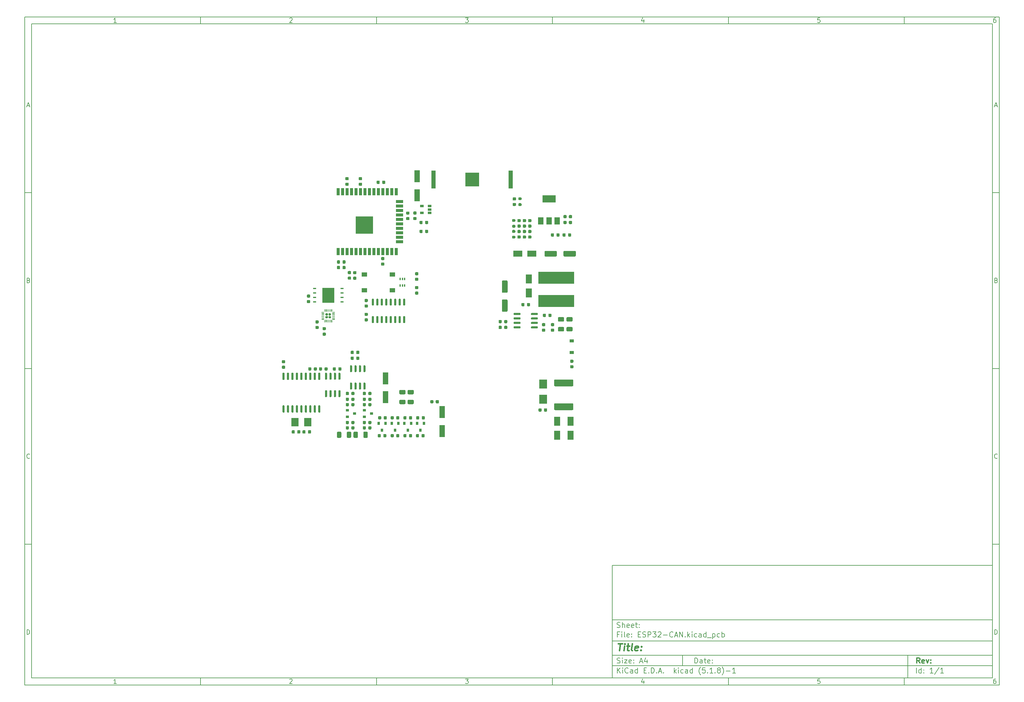
<source format=gtp>
G04 #@! TF.GenerationSoftware,KiCad,Pcbnew,(5.1.8)-1*
G04 #@! TF.CreationDate,2021-04-07T18:57:24+08:00*
G04 #@! TF.ProjectId,ESP32-CAN,45535033-322d-4434-914e-2e6b69636164,rev?*
G04 #@! TF.SameCoordinates,Original*
G04 #@! TF.FileFunction,Paste,Top*
G04 #@! TF.FilePolarity,Positive*
%FSLAX46Y46*%
G04 Gerber Fmt 4.6, Leading zero omitted, Abs format (unit mm)*
G04 Created by KiCad (PCBNEW (5.1.8)-1) date 2021-04-07 18:57:24*
%MOMM*%
%LPD*%
G01*
G04 APERTURE LIST*
%ADD10C,0.100000*%
%ADD11C,0.150000*%
%ADD12C,0.300000*%
%ADD13C,0.400000*%
%ADD14R,3.450000X4.350000*%
%ADD15R,0.950000X0.450000*%
%ADD16R,1.800000X2.500000*%
%ADD17R,2.300000X2.500000*%
%ADD18R,1.200000X0.900000*%
%ADD19R,2.500000X1.800000*%
%ADD20R,1.500000X2.000000*%
%ADD21R,3.800000X2.000000*%
%ADD22R,1.270000X5.080000*%
%ADD23R,3.960000X3.960000*%
%ADD24R,2.000000X2.400000*%
%ADD25R,0.900000X0.800000*%
%ADD26R,1.600000X3.500000*%
%ADD27R,0.900000X2.000000*%
%ADD28R,2.000000X0.900000*%
%ADD29R,5.000000X5.000000*%
%ADD30R,0.400000X0.650000*%
%ADD31R,0.800000X0.900000*%
%ADD32R,10.200000X3.500000*%
%ADD33R,1.550000X1.300000*%
%ADD34R,1.060000X0.650000*%
G04 APERTURE END LIST*
D10*
D11*
X177002200Y-166007200D02*
X177002200Y-198007200D01*
X285002200Y-198007200D01*
X285002200Y-166007200D01*
X177002200Y-166007200D01*
D10*
D11*
X10000000Y-10000000D02*
X10000000Y-200007200D01*
X287002200Y-200007200D01*
X287002200Y-10000000D01*
X10000000Y-10000000D01*
D10*
D11*
X12000000Y-12000000D02*
X12000000Y-198007200D01*
X285002200Y-198007200D01*
X285002200Y-12000000D01*
X12000000Y-12000000D01*
D10*
D11*
X60000000Y-12000000D02*
X60000000Y-10000000D01*
D10*
D11*
X110000000Y-12000000D02*
X110000000Y-10000000D01*
D10*
D11*
X160000000Y-12000000D02*
X160000000Y-10000000D01*
D10*
D11*
X210000000Y-12000000D02*
X210000000Y-10000000D01*
D10*
D11*
X260000000Y-12000000D02*
X260000000Y-10000000D01*
D10*
D11*
X36065476Y-11588095D02*
X35322619Y-11588095D01*
X35694047Y-11588095D02*
X35694047Y-10288095D01*
X35570238Y-10473809D01*
X35446428Y-10597619D01*
X35322619Y-10659523D01*
D10*
D11*
X85322619Y-10411904D02*
X85384523Y-10350000D01*
X85508333Y-10288095D01*
X85817857Y-10288095D01*
X85941666Y-10350000D01*
X86003571Y-10411904D01*
X86065476Y-10535714D01*
X86065476Y-10659523D01*
X86003571Y-10845238D01*
X85260714Y-11588095D01*
X86065476Y-11588095D01*
D10*
D11*
X135260714Y-10288095D02*
X136065476Y-10288095D01*
X135632142Y-10783333D01*
X135817857Y-10783333D01*
X135941666Y-10845238D01*
X136003571Y-10907142D01*
X136065476Y-11030952D01*
X136065476Y-11340476D01*
X136003571Y-11464285D01*
X135941666Y-11526190D01*
X135817857Y-11588095D01*
X135446428Y-11588095D01*
X135322619Y-11526190D01*
X135260714Y-11464285D01*
D10*
D11*
X185941666Y-10721428D02*
X185941666Y-11588095D01*
X185632142Y-10226190D02*
X185322619Y-11154761D01*
X186127380Y-11154761D01*
D10*
D11*
X236003571Y-10288095D02*
X235384523Y-10288095D01*
X235322619Y-10907142D01*
X235384523Y-10845238D01*
X235508333Y-10783333D01*
X235817857Y-10783333D01*
X235941666Y-10845238D01*
X236003571Y-10907142D01*
X236065476Y-11030952D01*
X236065476Y-11340476D01*
X236003571Y-11464285D01*
X235941666Y-11526190D01*
X235817857Y-11588095D01*
X235508333Y-11588095D01*
X235384523Y-11526190D01*
X235322619Y-11464285D01*
D10*
D11*
X285941666Y-10288095D02*
X285694047Y-10288095D01*
X285570238Y-10350000D01*
X285508333Y-10411904D01*
X285384523Y-10597619D01*
X285322619Y-10845238D01*
X285322619Y-11340476D01*
X285384523Y-11464285D01*
X285446428Y-11526190D01*
X285570238Y-11588095D01*
X285817857Y-11588095D01*
X285941666Y-11526190D01*
X286003571Y-11464285D01*
X286065476Y-11340476D01*
X286065476Y-11030952D01*
X286003571Y-10907142D01*
X285941666Y-10845238D01*
X285817857Y-10783333D01*
X285570238Y-10783333D01*
X285446428Y-10845238D01*
X285384523Y-10907142D01*
X285322619Y-11030952D01*
D10*
D11*
X60000000Y-198007200D02*
X60000000Y-200007200D01*
D10*
D11*
X110000000Y-198007200D02*
X110000000Y-200007200D01*
D10*
D11*
X160000000Y-198007200D02*
X160000000Y-200007200D01*
D10*
D11*
X210000000Y-198007200D02*
X210000000Y-200007200D01*
D10*
D11*
X260000000Y-198007200D02*
X260000000Y-200007200D01*
D10*
D11*
X36065476Y-199595295D02*
X35322619Y-199595295D01*
X35694047Y-199595295D02*
X35694047Y-198295295D01*
X35570238Y-198481009D01*
X35446428Y-198604819D01*
X35322619Y-198666723D01*
D10*
D11*
X85322619Y-198419104D02*
X85384523Y-198357200D01*
X85508333Y-198295295D01*
X85817857Y-198295295D01*
X85941666Y-198357200D01*
X86003571Y-198419104D01*
X86065476Y-198542914D01*
X86065476Y-198666723D01*
X86003571Y-198852438D01*
X85260714Y-199595295D01*
X86065476Y-199595295D01*
D10*
D11*
X135260714Y-198295295D02*
X136065476Y-198295295D01*
X135632142Y-198790533D01*
X135817857Y-198790533D01*
X135941666Y-198852438D01*
X136003571Y-198914342D01*
X136065476Y-199038152D01*
X136065476Y-199347676D01*
X136003571Y-199471485D01*
X135941666Y-199533390D01*
X135817857Y-199595295D01*
X135446428Y-199595295D01*
X135322619Y-199533390D01*
X135260714Y-199471485D01*
D10*
D11*
X185941666Y-198728628D02*
X185941666Y-199595295D01*
X185632142Y-198233390D02*
X185322619Y-199161961D01*
X186127380Y-199161961D01*
D10*
D11*
X236003571Y-198295295D02*
X235384523Y-198295295D01*
X235322619Y-198914342D01*
X235384523Y-198852438D01*
X235508333Y-198790533D01*
X235817857Y-198790533D01*
X235941666Y-198852438D01*
X236003571Y-198914342D01*
X236065476Y-199038152D01*
X236065476Y-199347676D01*
X236003571Y-199471485D01*
X235941666Y-199533390D01*
X235817857Y-199595295D01*
X235508333Y-199595295D01*
X235384523Y-199533390D01*
X235322619Y-199471485D01*
D10*
D11*
X285941666Y-198295295D02*
X285694047Y-198295295D01*
X285570238Y-198357200D01*
X285508333Y-198419104D01*
X285384523Y-198604819D01*
X285322619Y-198852438D01*
X285322619Y-199347676D01*
X285384523Y-199471485D01*
X285446428Y-199533390D01*
X285570238Y-199595295D01*
X285817857Y-199595295D01*
X285941666Y-199533390D01*
X286003571Y-199471485D01*
X286065476Y-199347676D01*
X286065476Y-199038152D01*
X286003571Y-198914342D01*
X285941666Y-198852438D01*
X285817857Y-198790533D01*
X285570238Y-198790533D01*
X285446428Y-198852438D01*
X285384523Y-198914342D01*
X285322619Y-199038152D01*
D10*
D11*
X10000000Y-60000000D02*
X12000000Y-60000000D01*
D10*
D11*
X10000000Y-110000000D02*
X12000000Y-110000000D01*
D10*
D11*
X10000000Y-160000000D02*
X12000000Y-160000000D01*
D10*
D11*
X10690476Y-35216666D02*
X11309523Y-35216666D01*
X10566666Y-35588095D02*
X11000000Y-34288095D01*
X11433333Y-35588095D01*
D10*
D11*
X11092857Y-84907142D02*
X11278571Y-84969047D01*
X11340476Y-85030952D01*
X11402380Y-85154761D01*
X11402380Y-85340476D01*
X11340476Y-85464285D01*
X11278571Y-85526190D01*
X11154761Y-85588095D01*
X10659523Y-85588095D01*
X10659523Y-84288095D01*
X11092857Y-84288095D01*
X11216666Y-84350000D01*
X11278571Y-84411904D01*
X11340476Y-84535714D01*
X11340476Y-84659523D01*
X11278571Y-84783333D01*
X11216666Y-84845238D01*
X11092857Y-84907142D01*
X10659523Y-84907142D01*
D10*
D11*
X11402380Y-135464285D02*
X11340476Y-135526190D01*
X11154761Y-135588095D01*
X11030952Y-135588095D01*
X10845238Y-135526190D01*
X10721428Y-135402380D01*
X10659523Y-135278571D01*
X10597619Y-135030952D01*
X10597619Y-134845238D01*
X10659523Y-134597619D01*
X10721428Y-134473809D01*
X10845238Y-134350000D01*
X11030952Y-134288095D01*
X11154761Y-134288095D01*
X11340476Y-134350000D01*
X11402380Y-134411904D01*
D10*
D11*
X10659523Y-185588095D02*
X10659523Y-184288095D01*
X10969047Y-184288095D01*
X11154761Y-184350000D01*
X11278571Y-184473809D01*
X11340476Y-184597619D01*
X11402380Y-184845238D01*
X11402380Y-185030952D01*
X11340476Y-185278571D01*
X11278571Y-185402380D01*
X11154761Y-185526190D01*
X10969047Y-185588095D01*
X10659523Y-185588095D01*
D10*
D11*
X287002200Y-60000000D02*
X285002200Y-60000000D01*
D10*
D11*
X287002200Y-110000000D02*
X285002200Y-110000000D01*
D10*
D11*
X287002200Y-160000000D02*
X285002200Y-160000000D01*
D10*
D11*
X285692676Y-35216666D02*
X286311723Y-35216666D01*
X285568866Y-35588095D02*
X286002200Y-34288095D01*
X286435533Y-35588095D01*
D10*
D11*
X286095057Y-84907142D02*
X286280771Y-84969047D01*
X286342676Y-85030952D01*
X286404580Y-85154761D01*
X286404580Y-85340476D01*
X286342676Y-85464285D01*
X286280771Y-85526190D01*
X286156961Y-85588095D01*
X285661723Y-85588095D01*
X285661723Y-84288095D01*
X286095057Y-84288095D01*
X286218866Y-84350000D01*
X286280771Y-84411904D01*
X286342676Y-84535714D01*
X286342676Y-84659523D01*
X286280771Y-84783333D01*
X286218866Y-84845238D01*
X286095057Y-84907142D01*
X285661723Y-84907142D01*
D10*
D11*
X286404580Y-135464285D02*
X286342676Y-135526190D01*
X286156961Y-135588095D01*
X286033152Y-135588095D01*
X285847438Y-135526190D01*
X285723628Y-135402380D01*
X285661723Y-135278571D01*
X285599819Y-135030952D01*
X285599819Y-134845238D01*
X285661723Y-134597619D01*
X285723628Y-134473809D01*
X285847438Y-134350000D01*
X286033152Y-134288095D01*
X286156961Y-134288095D01*
X286342676Y-134350000D01*
X286404580Y-134411904D01*
D10*
D11*
X285661723Y-185588095D02*
X285661723Y-184288095D01*
X285971247Y-184288095D01*
X286156961Y-184350000D01*
X286280771Y-184473809D01*
X286342676Y-184597619D01*
X286404580Y-184845238D01*
X286404580Y-185030952D01*
X286342676Y-185278571D01*
X286280771Y-185402380D01*
X286156961Y-185526190D01*
X285971247Y-185588095D01*
X285661723Y-185588095D01*
D10*
D11*
X200434342Y-193785771D02*
X200434342Y-192285771D01*
X200791485Y-192285771D01*
X201005771Y-192357200D01*
X201148628Y-192500057D01*
X201220057Y-192642914D01*
X201291485Y-192928628D01*
X201291485Y-193142914D01*
X201220057Y-193428628D01*
X201148628Y-193571485D01*
X201005771Y-193714342D01*
X200791485Y-193785771D01*
X200434342Y-193785771D01*
X202577200Y-193785771D02*
X202577200Y-193000057D01*
X202505771Y-192857200D01*
X202362914Y-192785771D01*
X202077200Y-192785771D01*
X201934342Y-192857200D01*
X202577200Y-193714342D02*
X202434342Y-193785771D01*
X202077200Y-193785771D01*
X201934342Y-193714342D01*
X201862914Y-193571485D01*
X201862914Y-193428628D01*
X201934342Y-193285771D01*
X202077200Y-193214342D01*
X202434342Y-193214342D01*
X202577200Y-193142914D01*
X203077200Y-192785771D02*
X203648628Y-192785771D01*
X203291485Y-192285771D02*
X203291485Y-193571485D01*
X203362914Y-193714342D01*
X203505771Y-193785771D01*
X203648628Y-193785771D01*
X204720057Y-193714342D02*
X204577200Y-193785771D01*
X204291485Y-193785771D01*
X204148628Y-193714342D01*
X204077200Y-193571485D01*
X204077200Y-193000057D01*
X204148628Y-192857200D01*
X204291485Y-192785771D01*
X204577200Y-192785771D01*
X204720057Y-192857200D01*
X204791485Y-193000057D01*
X204791485Y-193142914D01*
X204077200Y-193285771D01*
X205434342Y-193642914D02*
X205505771Y-193714342D01*
X205434342Y-193785771D01*
X205362914Y-193714342D01*
X205434342Y-193642914D01*
X205434342Y-193785771D01*
X205434342Y-192857200D02*
X205505771Y-192928628D01*
X205434342Y-193000057D01*
X205362914Y-192928628D01*
X205434342Y-192857200D01*
X205434342Y-193000057D01*
D10*
D11*
X177002200Y-194507200D02*
X285002200Y-194507200D01*
D10*
D11*
X178434342Y-196585771D02*
X178434342Y-195085771D01*
X179291485Y-196585771D02*
X178648628Y-195728628D01*
X179291485Y-195085771D02*
X178434342Y-195942914D01*
X179934342Y-196585771D02*
X179934342Y-195585771D01*
X179934342Y-195085771D02*
X179862914Y-195157200D01*
X179934342Y-195228628D01*
X180005771Y-195157200D01*
X179934342Y-195085771D01*
X179934342Y-195228628D01*
X181505771Y-196442914D02*
X181434342Y-196514342D01*
X181220057Y-196585771D01*
X181077200Y-196585771D01*
X180862914Y-196514342D01*
X180720057Y-196371485D01*
X180648628Y-196228628D01*
X180577200Y-195942914D01*
X180577200Y-195728628D01*
X180648628Y-195442914D01*
X180720057Y-195300057D01*
X180862914Y-195157200D01*
X181077200Y-195085771D01*
X181220057Y-195085771D01*
X181434342Y-195157200D01*
X181505771Y-195228628D01*
X182791485Y-196585771D02*
X182791485Y-195800057D01*
X182720057Y-195657200D01*
X182577200Y-195585771D01*
X182291485Y-195585771D01*
X182148628Y-195657200D01*
X182791485Y-196514342D02*
X182648628Y-196585771D01*
X182291485Y-196585771D01*
X182148628Y-196514342D01*
X182077200Y-196371485D01*
X182077200Y-196228628D01*
X182148628Y-196085771D01*
X182291485Y-196014342D01*
X182648628Y-196014342D01*
X182791485Y-195942914D01*
X184148628Y-196585771D02*
X184148628Y-195085771D01*
X184148628Y-196514342D02*
X184005771Y-196585771D01*
X183720057Y-196585771D01*
X183577200Y-196514342D01*
X183505771Y-196442914D01*
X183434342Y-196300057D01*
X183434342Y-195871485D01*
X183505771Y-195728628D01*
X183577200Y-195657200D01*
X183720057Y-195585771D01*
X184005771Y-195585771D01*
X184148628Y-195657200D01*
X186005771Y-195800057D02*
X186505771Y-195800057D01*
X186720057Y-196585771D02*
X186005771Y-196585771D01*
X186005771Y-195085771D01*
X186720057Y-195085771D01*
X187362914Y-196442914D02*
X187434342Y-196514342D01*
X187362914Y-196585771D01*
X187291485Y-196514342D01*
X187362914Y-196442914D01*
X187362914Y-196585771D01*
X188077200Y-196585771D02*
X188077200Y-195085771D01*
X188434342Y-195085771D01*
X188648628Y-195157200D01*
X188791485Y-195300057D01*
X188862914Y-195442914D01*
X188934342Y-195728628D01*
X188934342Y-195942914D01*
X188862914Y-196228628D01*
X188791485Y-196371485D01*
X188648628Y-196514342D01*
X188434342Y-196585771D01*
X188077200Y-196585771D01*
X189577200Y-196442914D02*
X189648628Y-196514342D01*
X189577200Y-196585771D01*
X189505771Y-196514342D01*
X189577200Y-196442914D01*
X189577200Y-196585771D01*
X190220057Y-196157200D02*
X190934342Y-196157200D01*
X190077200Y-196585771D02*
X190577200Y-195085771D01*
X191077200Y-196585771D01*
X191577200Y-196442914D02*
X191648628Y-196514342D01*
X191577200Y-196585771D01*
X191505771Y-196514342D01*
X191577200Y-196442914D01*
X191577200Y-196585771D01*
X194577200Y-196585771D02*
X194577200Y-195085771D01*
X194720057Y-196014342D02*
X195148628Y-196585771D01*
X195148628Y-195585771D02*
X194577200Y-196157200D01*
X195791485Y-196585771D02*
X195791485Y-195585771D01*
X195791485Y-195085771D02*
X195720057Y-195157200D01*
X195791485Y-195228628D01*
X195862914Y-195157200D01*
X195791485Y-195085771D01*
X195791485Y-195228628D01*
X197148628Y-196514342D02*
X197005771Y-196585771D01*
X196720057Y-196585771D01*
X196577200Y-196514342D01*
X196505771Y-196442914D01*
X196434342Y-196300057D01*
X196434342Y-195871485D01*
X196505771Y-195728628D01*
X196577200Y-195657200D01*
X196720057Y-195585771D01*
X197005771Y-195585771D01*
X197148628Y-195657200D01*
X198434342Y-196585771D02*
X198434342Y-195800057D01*
X198362914Y-195657200D01*
X198220057Y-195585771D01*
X197934342Y-195585771D01*
X197791485Y-195657200D01*
X198434342Y-196514342D02*
X198291485Y-196585771D01*
X197934342Y-196585771D01*
X197791485Y-196514342D01*
X197720057Y-196371485D01*
X197720057Y-196228628D01*
X197791485Y-196085771D01*
X197934342Y-196014342D01*
X198291485Y-196014342D01*
X198434342Y-195942914D01*
X199791485Y-196585771D02*
X199791485Y-195085771D01*
X199791485Y-196514342D02*
X199648628Y-196585771D01*
X199362914Y-196585771D01*
X199220057Y-196514342D01*
X199148628Y-196442914D01*
X199077200Y-196300057D01*
X199077200Y-195871485D01*
X199148628Y-195728628D01*
X199220057Y-195657200D01*
X199362914Y-195585771D01*
X199648628Y-195585771D01*
X199791485Y-195657200D01*
X202077200Y-197157200D02*
X202005771Y-197085771D01*
X201862914Y-196871485D01*
X201791485Y-196728628D01*
X201720057Y-196514342D01*
X201648628Y-196157200D01*
X201648628Y-195871485D01*
X201720057Y-195514342D01*
X201791485Y-195300057D01*
X201862914Y-195157200D01*
X202005771Y-194942914D01*
X202077200Y-194871485D01*
X203362914Y-195085771D02*
X202648628Y-195085771D01*
X202577200Y-195800057D01*
X202648628Y-195728628D01*
X202791485Y-195657200D01*
X203148628Y-195657200D01*
X203291485Y-195728628D01*
X203362914Y-195800057D01*
X203434342Y-195942914D01*
X203434342Y-196300057D01*
X203362914Y-196442914D01*
X203291485Y-196514342D01*
X203148628Y-196585771D01*
X202791485Y-196585771D01*
X202648628Y-196514342D01*
X202577200Y-196442914D01*
X204077200Y-196442914D02*
X204148628Y-196514342D01*
X204077200Y-196585771D01*
X204005771Y-196514342D01*
X204077200Y-196442914D01*
X204077200Y-196585771D01*
X205577200Y-196585771D02*
X204720057Y-196585771D01*
X205148628Y-196585771D02*
X205148628Y-195085771D01*
X205005771Y-195300057D01*
X204862914Y-195442914D01*
X204720057Y-195514342D01*
X206220057Y-196442914D02*
X206291485Y-196514342D01*
X206220057Y-196585771D01*
X206148628Y-196514342D01*
X206220057Y-196442914D01*
X206220057Y-196585771D01*
X207148628Y-195728628D02*
X207005771Y-195657200D01*
X206934342Y-195585771D01*
X206862914Y-195442914D01*
X206862914Y-195371485D01*
X206934342Y-195228628D01*
X207005771Y-195157200D01*
X207148628Y-195085771D01*
X207434342Y-195085771D01*
X207577200Y-195157200D01*
X207648628Y-195228628D01*
X207720057Y-195371485D01*
X207720057Y-195442914D01*
X207648628Y-195585771D01*
X207577200Y-195657200D01*
X207434342Y-195728628D01*
X207148628Y-195728628D01*
X207005771Y-195800057D01*
X206934342Y-195871485D01*
X206862914Y-196014342D01*
X206862914Y-196300057D01*
X206934342Y-196442914D01*
X207005771Y-196514342D01*
X207148628Y-196585771D01*
X207434342Y-196585771D01*
X207577200Y-196514342D01*
X207648628Y-196442914D01*
X207720057Y-196300057D01*
X207720057Y-196014342D01*
X207648628Y-195871485D01*
X207577200Y-195800057D01*
X207434342Y-195728628D01*
X208220057Y-197157200D02*
X208291485Y-197085771D01*
X208434342Y-196871485D01*
X208505771Y-196728628D01*
X208577200Y-196514342D01*
X208648628Y-196157200D01*
X208648628Y-195871485D01*
X208577200Y-195514342D01*
X208505771Y-195300057D01*
X208434342Y-195157200D01*
X208291485Y-194942914D01*
X208220057Y-194871485D01*
X209362914Y-196014342D02*
X210505771Y-196014342D01*
X212005771Y-196585771D02*
X211148628Y-196585771D01*
X211577200Y-196585771D02*
X211577200Y-195085771D01*
X211434342Y-195300057D01*
X211291485Y-195442914D01*
X211148628Y-195514342D01*
D10*
D11*
X177002200Y-191507200D02*
X285002200Y-191507200D01*
D10*
D12*
X264411485Y-193785771D02*
X263911485Y-193071485D01*
X263554342Y-193785771D02*
X263554342Y-192285771D01*
X264125771Y-192285771D01*
X264268628Y-192357200D01*
X264340057Y-192428628D01*
X264411485Y-192571485D01*
X264411485Y-192785771D01*
X264340057Y-192928628D01*
X264268628Y-193000057D01*
X264125771Y-193071485D01*
X263554342Y-193071485D01*
X265625771Y-193714342D02*
X265482914Y-193785771D01*
X265197200Y-193785771D01*
X265054342Y-193714342D01*
X264982914Y-193571485D01*
X264982914Y-193000057D01*
X265054342Y-192857200D01*
X265197200Y-192785771D01*
X265482914Y-192785771D01*
X265625771Y-192857200D01*
X265697200Y-193000057D01*
X265697200Y-193142914D01*
X264982914Y-193285771D01*
X266197200Y-192785771D02*
X266554342Y-193785771D01*
X266911485Y-192785771D01*
X267482914Y-193642914D02*
X267554342Y-193714342D01*
X267482914Y-193785771D01*
X267411485Y-193714342D01*
X267482914Y-193642914D01*
X267482914Y-193785771D01*
X267482914Y-192857200D02*
X267554342Y-192928628D01*
X267482914Y-193000057D01*
X267411485Y-192928628D01*
X267482914Y-192857200D01*
X267482914Y-193000057D01*
D10*
D11*
X178362914Y-193714342D02*
X178577200Y-193785771D01*
X178934342Y-193785771D01*
X179077200Y-193714342D01*
X179148628Y-193642914D01*
X179220057Y-193500057D01*
X179220057Y-193357200D01*
X179148628Y-193214342D01*
X179077200Y-193142914D01*
X178934342Y-193071485D01*
X178648628Y-193000057D01*
X178505771Y-192928628D01*
X178434342Y-192857200D01*
X178362914Y-192714342D01*
X178362914Y-192571485D01*
X178434342Y-192428628D01*
X178505771Y-192357200D01*
X178648628Y-192285771D01*
X179005771Y-192285771D01*
X179220057Y-192357200D01*
X179862914Y-193785771D02*
X179862914Y-192785771D01*
X179862914Y-192285771D02*
X179791485Y-192357200D01*
X179862914Y-192428628D01*
X179934342Y-192357200D01*
X179862914Y-192285771D01*
X179862914Y-192428628D01*
X180434342Y-192785771D02*
X181220057Y-192785771D01*
X180434342Y-193785771D01*
X181220057Y-193785771D01*
X182362914Y-193714342D02*
X182220057Y-193785771D01*
X181934342Y-193785771D01*
X181791485Y-193714342D01*
X181720057Y-193571485D01*
X181720057Y-193000057D01*
X181791485Y-192857200D01*
X181934342Y-192785771D01*
X182220057Y-192785771D01*
X182362914Y-192857200D01*
X182434342Y-193000057D01*
X182434342Y-193142914D01*
X181720057Y-193285771D01*
X183077200Y-193642914D02*
X183148628Y-193714342D01*
X183077200Y-193785771D01*
X183005771Y-193714342D01*
X183077200Y-193642914D01*
X183077200Y-193785771D01*
X183077200Y-192857200D02*
X183148628Y-192928628D01*
X183077200Y-193000057D01*
X183005771Y-192928628D01*
X183077200Y-192857200D01*
X183077200Y-193000057D01*
X184862914Y-193357200D02*
X185577200Y-193357200D01*
X184720057Y-193785771D02*
X185220057Y-192285771D01*
X185720057Y-193785771D01*
X186862914Y-192785771D02*
X186862914Y-193785771D01*
X186505771Y-192214342D02*
X186148628Y-193285771D01*
X187077200Y-193285771D01*
D10*
D11*
X263434342Y-196585771D02*
X263434342Y-195085771D01*
X264791485Y-196585771D02*
X264791485Y-195085771D01*
X264791485Y-196514342D02*
X264648628Y-196585771D01*
X264362914Y-196585771D01*
X264220057Y-196514342D01*
X264148628Y-196442914D01*
X264077200Y-196300057D01*
X264077200Y-195871485D01*
X264148628Y-195728628D01*
X264220057Y-195657200D01*
X264362914Y-195585771D01*
X264648628Y-195585771D01*
X264791485Y-195657200D01*
X265505771Y-196442914D02*
X265577200Y-196514342D01*
X265505771Y-196585771D01*
X265434342Y-196514342D01*
X265505771Y-196442914D01*
X265505771Y-196585771D01*
X265505771Y-195657200D02*
X265577200Y-195728628D01*
X265505771Y-195800057D01*
X265434342Y-195728628D01*
X265505771Y-195657200D01*
X265505771Y-195800057D01*
X268148628Y-196585771D02*
X267291485Y-196585771D01*
X267720057Y-196585771D02*
X267720057Y-195085771D01*
X267577200Y-195300057D01*
X267434342Y-195442914D01*
X267291485Y-195514342D01*
X269862914Y-195014342D02*
X268577200Y-196942914D01*
X271148628Y-196585771D02*
X270291485Y-196585771D01*
X270720057Y-196585771D02*
X270720057Y-195085771D01*
X270577200Y-195300057D01*
X270434342Y-195442914D01*
X270291485Y-195514342D01*
D10*
D11*
X177002200Y-187507200D02*
X285002200Y-187507200D01*
D10*
D13*
X178714580Y-188211961D02*
X179857438Y-188211961D01*
X179036009Y-190211961D02*
X179286009Y-188211961D01*
X180274104Y-190211961D02*
X180440771Y-188878628D01*
X180524104Y-188211961D02*
X180416961Y-188307200D01*
X180500295Y-188402438D01*
X180607438Y-188307200D01*
X180524104Y-188211961D01*
X180500295Y-188402438D01*
X181107438Y-188878628D02*
X181869342Y-188878628D01*
X181476485Y-188211961D02*
X181262200Y-189926247D01*
X181333628Y-190116723D01*
X181512200Y-190211961D01*
X181702676Y-190211961D01*
X182655057Y-190211961D02*
X182476485Y-190116723D01*
X182405057Y-189926247D01*
X182619342Y-188211961D01*
X184190771Y-190116723D02*
X183988390Y-190211961D01*
X183607438Y-190211961D01*
X183428866Y-190116723D01*
X183357438Y-189926247D01*
X183452676Y-189164342D01*
X183571723Y-188973866D01*
X183774104Y-188878628D01*
X184155057Y-188878628D01*
X184333628Y-188973866D01*
X184405057Y-189164342D01*
X184381247Y-189354819D01*
X183405057Y-189545295D01*
X185155057Y-190021485D02*
X185238390Y-190116723D01*
X185131247Y-190211961D01*
X185047914Y-190116723D01*
X185155057Y-190021485D01*
X185131247Y-190211961D01*
X185286009Y-188973866D02*
X185369342Y-189069104D01*
X185262200Y-189164342D01*
X185178866Y-189069104D01*
X185286009Y-188973866D01*
X185262200Y-189164342D01*
D10*
D11*
X178934342Y-185600057D02*
X178434342Y-185600057D01*
X178434342Y-186385771D02*
X178434342Y-184885771D01*
X179148628Y-184885771D01*
X179720057Y-186385771D02*
X179720057Y-185385771D01*
X179720057Y-184885771D02*
X179648628Y-184957200D01*
X179720057Y-185028628D01*
X179791485Y-184957200D01*
X179720057Y-184885771D01*
X179720057Y-185028628D01*
X180648628Y-186385771D02*
X180505771Y-186314342D01*
X180434342Y-186171485D01*
X180434342Y-184885771D01*
X181791485Y-186314342D02*
X181648628Y-186385771D01*
X181362914Y-186385771D01*
X181220057Y-186314342D01*
X181148628Y-186171485D01*
X181148628Y-185600057D01*
X181220057Y-185457200D01*
X181362914Y-185385771D01*
X181648628Y-185385771D01*
X181791485Y-185457200D01*
X181862914Y-185600057D01*
X181862914Y-185742914D01*
X181148628Y-185885771D01*
X182505771Y-186242914D02*
X182577200Y-186314342D01*
X182505771Y-186385771D01*
X182434342Y-186314342D01*
X182505771Y-186242914D01*
X182505771Y-186385771D01*
X182505771Y-185457200D02*
X182577200Y-185528628D01*
X182505771Y-185600057D01*
X182434342Y-185528628D01*
X182505771Y-185457200D01*
X182505771Y-185600057D01*
X184362914Y-185600057D02*
X184862914Y-185600057D01*
X185077200Y-186385771D02*
X184362914Y-186385771D01*
X184362914Y-184885771D01*
X185077200Y-184885771D01*
X185648628Y-186314342D02*
X185862914Y-186385771D01*
X186220057Y-186385771D01*
X186362914Y-186314342D01*
X186434342Y-186242914D01*
X186505771Y-186100057D01*
X186505771Y-185957200D01*
X186434342Y-185814342D01*
X186362914Y-185742914D01*
X186220057Y-185671485D01*
X185934342Y-185600057D01*
X185791485Y-185528628D01*
X185720057Y-185457200D01*
X185648628Y-185314342D01*
X185648628Y-185171485D01*
X185720057Y-185028628D01*
X185791485Y-184957200D01*
X185934342Y-184885771D01*
X186291485Y-184885771D01*
X186505771Y-184957200D01*
X187148628Y-186385771D02*
X187148628Y-184885771D01*
X187720057Y-184885771D01*
X187862914Y-184957200D01*
X187934342Y-185028628D01*
X188005771Y-185171485D01*
X188005771Y-185385771D01*
X187934342Y-185528628D01*
X187862914Y-185600057D01*
X187720057Y-185671485D01*
X187148628Y-185671485D01*
X188505771Y-184885771D02*
X189434342Y-184885771D01*
X188934342Y-185457200D01*
X189148628Y-185457200D01*
X189291485Y-185528628D01*
X189362914Y-185600057D01*
X189434342Y-185742914D01*
X189434342Y-186100057D01*
X189362914Y-186242914D01*
X189291485Y-186314342D01*
X189148628Y-186385771D01*
X188720057Y-186385771D01*
X188577200Y-186314342D01*
X188505771Y-186242914D01*
X190005771Y-185028628D02*
X190077200Y-184957200D01*
X190220057Y-184885771D01*
X190577200Y-184885771D01*
X190720057Y-184957200D01*
X190791485Y-185028628D01*
X190862914Y-185171485D01*
X190862914Y-185314342D01*
X190791485Y-185528628D01*
X189934342Y-186385771D01*
X190862914Y-186385771D01*
X191505771Y-185814342D02*
X192648628Y-185814342D01*
X194220057Y-186242914D02*
X194148628Y-186314342D01*
X193934342Y-186385771D01*
X193791485Y-186385771D01*
X193577200Y-186314342D01*
X193434342Y-186171485D01*
X193362914Y-186028628D01*
X193291485Y-185742914D01*
X193291485Y-185528628D01*
X193362914Y-185242914D01*
X193434342Y-185100057D01*
X193577200Y-184957200D01*
X193791485Y-184885771D01*
X193934342Y-184885771D01*
X194148628Y-184957200D01*
X194220057Y-185028628D01*
X194791485Y-185957200D02*
X195505771Y-185957200D01*
X194648628Y-186385771D02*
X195148628Y-184885771D01*
X195648628Y-186385771D01*
X196148628Y-186385771D02*
X196148628Y-184885771D01*
X197005771Y-186385771D01*
X197005771Y-184885771D01*
X197720057Y-186242914D02*
X197791485Y-186314342D01*
X197720057Y-186385771D01*
X197648628Y-186314342D01*
X197720057Y-186242914D01*
X197720057Y-186385771D01*
X198434342Y-186385771D02*
X198434342Y-184885771D01*
X198577200Y-185814342D02*
X199005771Y-186385771D01*
X199005771Y-185385771D02*
X198434342Y-185957200D01*
X199648628Y-186385771D02*
X199648628Y-185385771D01*
X199648628Y-184885771D02*
X199577200Y-184957200D01*
X199648628Y-185028628D01*
X199720057Y-184957200D01*
X199648628Y-184885771D01*
X199648628Y-185028628D01*
X201005771Y-186314342D02*
X200862914Y-186385771D01*
X200577200Y-186385771D01*
X200434342Y-186314342D01*
X200362914Y-186242914D01*
X200291485Y-186100057D01*
X200291485Y-185671485D01*
X200362914Y-185528628D01*
X200434342Y-185457200D01*
X200577200Y-185385771D01*
X200862914Y-185385771D01*
X201005771Y-185457200D01*
X202291485Y-186385771D02*
X202291485Y-185600057D01*
X202220057Y-185457200D01*
X202077200Y-185385771D01*
X201791485Y-185385771D01*
X201648628Y-185457200D01*
X202291485Y-186314342D02*
X202148628Y-186385771D01*
X201791485Y-186385771D01*
X201648628Y-186314342D01*
X201577200Y-186171485D01*
X201577200Y-186028628D01*
X201648628Y-185885771D01*
X201791485Y-185814342D01*
X202148628Y-185814342D01*
X202291485Y-185742914D01*
X203648628Y-186385771D02*
X203648628Y-184885771D01*
X203648628Y-186314342D02*
X203505771Y-186385771D01*
X203220057Y-186385771D01*
X203077200Y-186314342D01*
X203005771Y-186242914D01*
X202934342Y-186100057D01*
X202934342Y-185671485D01*
X203005771Y-185528628D01*
X203077200Y-185457200D01*
X203220057Y-185385771D01*
X203505771Y-185385771D01*
X203648628Y-185457200D01*
X204005771Y-186528628D02*
X205148628Y-186528628D01*
X205505771Y-185385771D02*
X205505771Y-186885771D01*
X205505771Y-185457200D02*
X205648628Y-185385771D01*
X205934342Y-185385771D01*
X206077200Y-185457200D01*
X206148628Y-185528628D01*
X206220057Y-185671485D01*
X206220057Y-186100057D01*
X206148628Y-186242914D01*
X206077200Y-186314342D01*
X205934342Y-186385771D01*
X205648628Y-186385771D01*
X205505771Y-186314342D01*
X207505771Y-186314342D02*
X207362914Y-186385771D01*
X207077200Y-186385771D01*
X206934342Y-186314342D01*
X206862914Y-186242914D01*
X206791485Y-186100057D01*
X206791485Y-185671485D01*
X206862914Y-185528628D01*
X206934342Y-185457200D01*
X207077200Y-185385771D01*
X207362914Y-185385771D01*
X207505771Y-185457200D01*
X208148628Y-186385771D02*
X208148628Y-184885771D01*
X208148628Y-185457200D02*
X208291485Y-185385771D01*
X208577200Y-185385771D01*
X208720057Y-185457200D01*
X208791485Y-185528628D01*
X208862914Y-185671485D01*
X208862914Y-186100057D01*
X208791485Y-186242914D01*
X208720057Y-186314342D01*
X208577200Y-186385771D01*
X208291485Y-186385771D01*
X208148628Y-186314342D01*
D10*
D11*
X177002200Y-181507200D02*
X285002200Y-181507200D01*
D10*
D11*
X178362914Y-183614342D02*
X178577200Y-183685771D01*
X178934342Y-183685771D01*
X179077200Y-183614342D01*
X179148628Y-183542914D01*
X179220057Y-183400057D01*
X179220057Y-183257200D01*
X179148628Y-183114342D01*
X179077200Y-183042914D01*
X178934342Y-182971485D01*
X178648628Y-182900057D01*
X178505771Y-182828628D01*
X178434342Y-182757200D01*
X178362914Y-182614342D01*
X178362914Y-182471485D01*
X178434342Y-182328628D01*
X178505771Y-182257200D01*
X178648628Y-182185771D01*
X179005771Y-182185771D01*
X179220057Y-182257200D01*
X179862914Y-183685771D02*
X179862914Y-182185771D01*
X180505771Y-183685771D02*
X180505771Y-182900057D01*
X180434342Y-182757200D01*
X180291485Y-182685771D01*
X180077200Y-182685771D01*
X179934342Y-182757200D01*
X179862914Y-182828628D01*
X181791485Y-183614342D02*
X181648628Y-183685771D01*
X181362914Y-183685771D01*
X181220057Y-183614342D01*
X181148628Y-183471485D01*
X181148628Y-182900057D01*
X181220057Y-182757200D01*
X181362914Y-182685771D01*
X181648628Y-182685771D01*
X181791485Y-182757200D01*
X181862914Y-182900057D01*
X181862914Y-183042914D01*
X181148628Y-183185771D01*
X183077200Y-183614342D02*
X182934342Y-183685771D01*
X182648628Y-183685771D01*
X182505771Y-183614342D01*
X182434342Y-183471485D01*
X182434342Y-182900057D01*
X182505771Y-182757200D01*
X182648628Y-182685771D01*
X182934342Y-182685771D01*
X183077200Y-182757200D01*
X183148628Y-182900057D01*
X183148628Y-183042914D01*
X182434342Y-183185771D01*
X183577200Y-182685771D02*
X184148628Y-182685771D01*
X183791485Y-182185771D02*
X183791485Y-183471485D01*
X183862914Y-183614342D01*
X184005771Y-183685771D01*
X184148628Y-183685771D01*
X184648628Y-183542914D02*
X184720057Y-183614342D01*
X184648628Y-183685771D01*
X184577200Y-183614342D01*
X184648628Y-183542914D01*
X184648628Y-183685771D01*
X184648628Y-182757200D02*
X184720057Y-182828628D01*
X184648628Y-182900057D01*
X184577200Y-182828628D01*
X184648628Y-182757200D01*
X184648628Y-182900057D01*
D10*
D11*
X197002200Y-191507200D02*
X197002200Y-194507200D01*
D10*
D11*
X261002200Y-191507200D02*
X261002200Y-198007200D01*
G36*
G01*
X157575000Y-122043000D02*
X157575000Y-121543000D01*
G75*
G02*
X157800000Y-121318000I225000J0D01*
G01*
X158250000Y-121318000D01*
G75*
G02*
X158475000Y-121543000I0J-225000D01*
G01*
X158475000Y-122043000D01*
G75*
G02*
X158250000Y-122268000I-225000J0D01*
G01*
X157800000Y-122268000D01*
G75*
G02*
X157575000Y-122043000I0J225000D01*
G01*
G37*
G36*
G01*
X156025000Y-122043000D02*
X156025000Y-121543000D01*
G75*
G02*
X156250000Y-121318000I225000J0D01*
G01*
X156700000Y-121318000D01*
G75*
G02*
X156925000Y-121543000I0J-225000D01*
G01*
X156925000Y-122043000D01*
G75*
G02*
X156700000Y-122268000I-225000J0D01*
G01*
X156250000Y-122268000D01*
G75*
G02*
X156025000Y-122043000I0J225000D01*
G01*
G37*
G36*
G01*
X150745000Y-68382000D02*
X150245000Y-68382000D01*
G75*
G02*
X150020000Y-68157000I0J225000D01*
G01*
X150020000Y-67707000D01*
G75*
G02*
X150245000Y-67482000I225000J0D01*
G01*
X150745000Y-67482000D01*
G75*
G02*
X150970000Y-67707000I0J-225000D01*
G01*
X150970000Y-68157000D01*
G75*
G02*
X150745000Y-68382000I-225000J0D01*
G01*
G37*
G36*
G01*
X150745000Y-69932000D02*
X150245000Y-69932000D01*
G75*
G02*
X150020000Y-69707000I0J225000D01*
G01*
X150020000Y-69257000D01*
G75*
G02*
X150245000Y-69032000I225000J0D01*
G01*
X150745000Y-69032000D01*
G75*
G02*
X150970000Y-69257000I0J-225000D01*
G01*
X150970000Y-69707000D01*
G75*
G02*
X150745000Y-69932000I-225000J0D01*
G01*
G37*
G36*
G01*
X150245000Y-72143500D02*
X150745000Y-72143500D01*
G75*
G02*
X150970000Y-72368500I0J-225000D01*
G01*
X150970000Y-72818500D01*
G75*
G02*
X150745000Y-73043500I-225000J0D01*
G01*
X150245000Y-73043500D01*
G75*
G02*
X150020000Y-72818500I0J225000D01*
G01*
X150020000Y-72368500D01*
G75*
G02*
X150245000Y-72143500I225000J0D01*
G01*
G37*
G36*
G01*
X150245000Y-70593500D02*
X150745000Y-70593500D01*
G75*
G02*
X150970000Y-70818500I0J-225000D01*
G01*
X150970000Y-71268500D01*
G75*
G02*
X150745000Y-71493500I-225000J0D01*
G01*
X150245000Y-71493500D01*
G75*
G02*
X150020000Y-71268500I0J225000D01*
G01*
X150020000Y-70818500D01*
G75*
G02*
X150245000Y-70593500I225000J0D01*
G01*
G37*
D14*
X96266000Y-89154000D03*
D15*
X92366000Y-91059000D03*
X92366000Y-89789000D03*
X92366000Y-88519000D03*
X92366000Y-87249000D03*
X100166000Y-87249000D03*
X100166000Y-88519000D03*
X100166000Y-89789000D03*
X100166000Y-91059000D03*
G36*
G01*
X149246000Y-68282000D02*
X148696000Y-68282000D01*
G75*
G02*
X148496000Y-68082000I0J200000D01*
G01*
X148496000Y-67682000D01*
G75*
G02*
X148696000Y-67482000I200000J0D01*
G01*
X149246000Y-67482000D01*
G75*
G02*
X149446000Y-67682000I0J-200000D01*
G01*
X149446000Y-68082000D01*
G75*
G02*
X149246000Y-68282000I-200000J0D01*
G01*
G37*
G36*
G01*
X149246000Y-69932000D02*
X148696000Y-69932000D01*
G75*
G02*
X148496000Y-69732000I0J200000D01*
G01*
X148496000Y-69332000D01*
G75*
G02*
X148696000Y-69132000I200000J0D01*
G01*
X149246000Y-69132000D01*
G75*
G02*
X149446000Y-69332000I0J-200000D01*
G01*
X149446000Y-69732000D01*
G75*
G02*
X149246000Y-69932000I-200000J0D01*
G01*
G37*
G36*
G01*
X149246000Y-71393000D02*
X148696000Y-71393000D01*
G75*
G02*
X148496000Y-71193000I0J200000D01*
G01*
X148496000Y-70793000D01*
G75*
G02*
X148696000Y-70593000I200000J0D01*
G01*
X149246000Y-70593000D01*
G75*
G02*
X149446000Y-70793000I0J-200000D01*
G01*
X149446000Y-71193000D01*
G75*
G02*
X149246000Y-71393000I-200000J0D01*
G01*
G37*
G36*
G01*
X149246000Y-73043000D02*
X148696000Y-73043000D01*
G75*
G02*
X148496000Y-72843000I0J200000D01*
G01*
X148496000Y-72443000D01*
G75*
G02*
X148696000Y-72243000I200000J0D01*
G01*
X149246000Y-72243000D01*
G75*
G02*
X149446000Y-72443000I0J-200000D01*
G01*
X149446000Y-72843000D01*
G75*
G02*
X149246000Y-73043000I-200000J0D01*
G01*
G37*
D16*
X161290000Y-125000000D03*
X161290000Y-129000000D03*
X165100000Y-125000000D03*
X165100000Y-129000000D03*
D17*
X157353000Y-114436000D03*
X157353000Y-118736000D03*
D18*
X165481000Y-105409000D03*
X165481000Y-102109000D03*
D16*
X153289000Y-88487000D03*
X153289000Y-84487000D03*
D19*
X154146000Y-77343000D03*
X150146000Y-77343000D03*
G36*
G01*
X148905250Y-62897500D02*
X149417750Y-62897500D01*
G75*
G02*
X149636500Y-63116250I0J-218750D01*
G01*
X149636500Y-63553750D01*
G75*
G02*
X149417750Y-63772500I-218750J0D01*
G01*
X148905250Y-63772500D01*
G75*
G02*
X148686500Y-63553750I0J218750D01*
G01*
X148686500Y-63116250D01*
G75*
G02*
X148905250Y-62897500I218750J0D01*
G01*
G37*
G36*
G01*
X148905250Y-61322500D02*
X149417750Y-61322500D01*
G75*
G02*
X149636500Y-61541250I0J-218750D01*
G01*
X149636500Y-61978750D01*
G75*
G02*
X149417750Y-62197500I-218750J0D01*
G01*
X148905250Y-62197500D01*
G75*
G02*
X148686500Y-61978750I0J218750D01*
G01*
X148686500Y-61541250D01*
G75*
G02*
X148905250Y-61322500I218750J0D01*
G01*
G37*
G36*
G01*
X158146000Y-94612750D02*
X158146000Y-95125250D01*
G75*
G02*
X157927250Y-95344000I-218750J0D01*
G01*
X157489750Y-95344000D01*
G75*
G02*
X157271000Y-95125250I0J218750D01*
G01*
X157271000Y-94612750D01*
G75*
G02*
X157489750Y-94394000I218750J0D01*
G01*
X157927250Y-94394000D01*
G75*
G02*
X158146000Y-94612750I0J-218750D01*
G01*
G37*
G36*
G01*
X159721000Y-94612750D02*
X159721000Y-95125250D01*
G75*
G02*
X159502250Y-95344000I-218750J0D01*
G01*
X159064750Y-95344000D01*
G75*
G02*
X158846000Y-95125250I0J218750D01*
G01*
X158846000Y-94612750D01*
G75*
G02*
X159064750Y-94394000I218750J0D01*
G01*
X159502250Y-94394000D01*
G75*
G02*
X159721000Y-94612750I0J-218750D01*
G01*
G37*
G36*
G01*
X163734000Y-71752750D02*
X163734000Y-72265250D01*
G75*
G02*
X163515250Y-72484000I-218750J0D01*
G01*
X163077750Y-72484000D01*
G75*
G02*
X162859000Y-72265250I0J218750D01*
G01*
X162859000Y-71752750D01*
G75*
G02*
X163077750Y-71534000I218750J0D01*
G01*
X163515250Y-71534000D01*
G75*
G02*
X163734000Y-71752750I0J-218750D01*
G01*
G37*
G36*
G01*
X165309000Y-71752750D02*
X165309000Y-72265250D01*
G75*
G02*
X165090250Y-72484000I-218750J0D01*
G01*
X164652750Y-72484000D01*
G75*
G02*
X164434000Y-72265250I0J218750D01*
G01*
X164434000Y-71752750D01*
G75*
G02*
X164652750Y-71534000I218750J0D01*
G01*
X165090250Y-71534000D01*
G75*
G02*
X165309000Y-71752750I0J-218750D01*
G01*
G37*
G36*
G01*
X123094000Y-70736750D02*
X123094000Y-71249250D01*
G75*
G02*
X122875250Y-71468000I-218750J0D01*
G01*
X122437750Y-71468000D01*
G75*
G02*
X122219000Y-71249250I0J218750D01*
G01*
X122219000Y-70736750D01*
G75*
G02*
X122437750Y-70518000I218750J0D01*
G01*
X122875250Y-70518000D01*
G75*
G02*
X123094000Y-70736750I0J-218750D01*
G01*
G37*
G36*
G01*
X124669000Y-70736750D02*
X124669000Y-71249250D01*
G75*
G02*
X124450250Y-71468000I-218750J0D01*
G01*
X124012750Y-71468000D01*
G75*
G02*
X123794000Y-71249250I0J218750D01*
G01*
X123794000Y-70736750D01*
G75*
G02*
X124012750Y-70518000I218750J0D01*
G01*
X124450250Y-70518000D01*
G75*
G02*
X124669000Y-70736750I0J-218750D01*
G01*
G37*
G36*
G01*
X121155750Y-84170000D02*
X121668250Y-84170000D01*
G75*
G02*
X121887000Y-84388750I0J-218750D01*
G01*
X121887000Y-84826250D01*
G75*
G02*
X121668250Y-85045000I-218750J0D01*
G01*
X121155750Y-85045000D01*
G75*
G02*
X120937000Y-84826250I0J218750D01*
G01*
X120937000Y-84388750D01*
G75*
G02*
X121155750Y-84170000I218750J0D01*
G01*
G37*
G36*
G01*
X121155750Y-82595000D02*
X121668250Y-82595000D01*
G75*
G02*
X121887000Y-82813750I0J-218750D01*
G01*
X121887000Y-83251250D01*
G75*
G02*
X121668250Y-83470000I-218750J0D01*
G01*
X121155750Y-83470000D01*
G75*
G02*
X120937000Y-83251250I0J218750D01*
G01*
X120937000Y-82813750D01*
G75*
G02*
X121155750Y-82595000I218750J0D01*
G01*
G37*
D20*
X156704000Y-68022000D03*
X161304000Y-68022000D03*
X159004000Y-68022000D03*
D21*
X159004000Y-61722000D03*
G36*
G01*
X150474000Y-62972500D02*
X151024000Y-62972500D01*
G75*
G02*
X151224000Y-63172500I0J-200000D01*
G01*
X151224000Y-63572500D01*
G75*
G02*
X151024000Y-63772500I-200000J0D01*
G01*
X150474000Y-63772500D01*
G75*
G02*
X150274000Y-63572500I0J200000D01*
G01*
X150274000Y-63172500D01*
G75*
G02*
X150474000Y-62972500I200000J0D01*
G01*
G37*
G36*
G01*
X150474000Y-61322500D02*
X151024000Y-61322500D01*
G75*
G02*
X151224000Y-61522500I0J-200000D01*
G01*
X151224000Y-61922500D01*
G75*
G02*
X151024000Y-62122500I-200000J0D01*
G01*
X150474000Y-62122500D01*
G75*
G02*
X150274000Y-61922500I0J200000D01*
G01*
X150274000Y-61522500D01*
G75*
G02*
X150474000Y-61322500I200000J0D01*
G01*
G37*
G36*
G01*
X153293000Y-69032000D02*
X153793000Y-69032000D01*
G75*
G02*
X154018000Y-69257000I0J-225000D01*
G01*
X154018000Y-69707000D01*
G75*
G02*
X153793000Y-69932000I-225000J0D01*
G01*
X153293000Y-69932000D01*
G75*
G02*
X153068000Y-69707000I0J225000D01*
G01*
X153068000Y-69257000D01*
G75*
G02*
X153293000Y-69032000I225000J0D01*
G01*
G37*
G36*
G01*
X153293000Y-67482000D02*
X153793000Y-67482000D01*
G75*
G02*
X154018000Y-67707000I0J-225000D01*
G01*
X154018000Y-68157000D01*
G75*
G02*
X153793000Y-68382000I-225000J0D01*
G01*
X153293000Y-68382000D01*
G75*
G02*
X153068000Y-68157000I0J225000D01*
G01*
X153068000Y-67707000D01*
G75*
G02*
X153293000Y-67482000I225000J0D01*
G01*
G37*
G36*
G01*
X151769000Y-69032000D02*
X152269000Y-69032000D01*
G75*
G02*
X152494000Y-69257000I0J-225000D01*
G01*
X152494000Y-69707000D01*
G75*
G02*
X152269000Y-69932000I-225000J0D01*
G01*
X151769000Y-69932000D01*
G75*
G02*
X151544000Y-69707000I0J225000D01*
G01*
X151544000Y-69257000D01*
G75*
G02*
X151769000Y-69032000I225000J0D01*
G01*
G37*
G36*
G01*
X151769000Y-67482000D02*
X152269000Y-67482000D01*
G75*
G02*
X152494000Y-67707000I0J-225000D01*
G01*
X152494000Y-68157000D01*
G75*
G02*
X152269000Y-68382000I-225000J0D01*
G01*
X151769000Y-68382000D01*
G75*
G02*
X151544000Y-68157000I0J225000D01*
G01*
X151544000Y-67707000D01*
G75*
G02*
X151769000Y-67482000I225000J0D01*
G01*
G37*
G36*
G01*
X164663000Y-67052000D02*
X164663000Y-66552000D01*
G75*
G02*
X164888000Y-66327000I225000J0D01*
G01*
X165338000Y-66327000D01*
G75*
G02*
X165563000Y-66552000I0J-225000D01*
G01*
X165563000Y-67052000D01*
G75*
G02*
X165338000Y-67277000I-225000J0D01*
G01*
X164888000Y-67277000D01*
G75*
G02*
X164663000Y-67052000I0J225000D01*
G01*
G37*
G36*
G01*
X163113000Y-67052000D02*
X163113000Y-66552000D01*
G75*
G02*
X163338000Y-66327000I225000J0D01*
G01*
X163788000Y-66327000D01*
G75*
G02*
X164013000Y-66552000I0J-225000D01*
G01*
X164013000Y-67052000D01*
G75*
G02*
X163788000Y-67277000I-225000J0D01*
G01*
X163338000Y-67277000D01*
G75*
G02*
X163113000Y-67052000I0J225000D01*
G01*
G37*
G36*
G01*
X164663000Y-68703000D02*
X164663000Y-68203000D01*
G75*
G02*
X164888000Y-67978000I225000J0D01*
G01*
X165338000Y-67978000D01*
G75*
G02*
X165563000Y-68203000I0J-225000D01*
G01*
X165563000Y-68703000D01*
G75*
G02*
X165338000Y-68928000I-225000J0D01*
G01*
X164888000Y-68928000D01*
G75*
G02*
X164663000Y-68703000I0J225000D01*
G01*
G37*
G36*
G01*
X163113000Y-68703000D02*
X163113000Y-68203000D01*
G75*
G02*
X163338000Y-67978000I225000J0D01*
G01*
X163788000Y-67978000D01*
G75*
G02*
X164013000Y-68203000I0J-225000D01*
G01*
X164013000Y-68703000D01*
G75*
G02*
X163788000Y-68928000I-225000J0D01*
G01*
X163338000Y-68928000D01*
G75*
G02*
X163113000Y-68703000I0J225000D01*
G01*
G37*
G36*
G01*
X120322500Y-117335000D02*
X119072500Y-117335000D01*
G75*
G02*
X118822500Y-117085000I0J250000D01*
G01*
X118822500Y-116335000D01*
G75*
G02*
X119072500Y-116085000I250000J0D01*
G01*
X120322500Y-116085000D01*
G75*
G02*
X120572500Y-116335000I0J-250000D01*
G01*
X120572500Y-117085000D01*
G75*
G02*
X120322500Y-117335000I-250000J0D01*
G01*
G37*
G36*
G01*
X120322500Y-120135000D02*
X119072500Y-120135000D01*
G75*
G02*
X118822500Y-119885000I0J250000D01*
G01*
X118822500Y-119135000D01*
G75*
G02*
X119072500Y-118885000I250000J0D01*
G01*
X120322500Y-118885000D01*
G75*
G02*
X120572500Y-119135000I0J-250000D01*
G01*
X120572500Y-119885000D01*
G75*
G02*
X120322500Y-120135000I-250000J0D01*
G01*
G37*
G36*
G01*
X126817000Y-119693500D02*
X126817000Y-119193500D01*
G75*
G02*
X127042000Y-118968500I225000J0D01*
G01*
X127492000Y-118968500D01*
G75*
G02*
X127717000Y-119193500I0J-225000D01*
G01*
X127717000Y-119693500D01*
G75*
G02*
X127492000Y-119918500I-225000J0D01*
G01*
X127042000Y-119918500D01*
G75*
G02*
X126817000Y-119693500I0J225000D01*
G01*
G37*
G36*
G01*
X125267000Y-119693500D02*
X125267000Y-119193500D01*
G75*
G02*
X125492000Y-118968500I225000J0D01*
G01*
X125942000Y-118968500D01*
G75*
G02*
X126167000Y-119193500I0J-225000D01*
G01*
X126167000Y-119693500D01*
G75*
G02*
X125942000Y-119918500I-225000J0D01*
G01*
X125492000Y-119918500D01*
G75*
G02*
X125267000Y-119693500I0J225000D01*
G01*
G37*
D22*
X148145000Y-56261000D03*
X126175000Y-56261000D03*
D23*
X137160000Y-56261000D03*
D24*
X86796000Y-125222000D03*
X90496000Y-125222000D03*
G36*
G01*
X104698500Y-128216500D02*
X104698500Y-129466500D01*
G75*
G02*
X104448500Y-129716500I-250000J0D01*
G01*
X103698500Y-129716500D01*
G75*
G02*
X103448500Y-129466500I0J250000D01*
G01*
X103448500Y-128216500D01*
G75*
G02*
X103698500Y-127966500I250000J0D01*
G01*
X104448500Y-127966500D01*
G75*
G02*
X104698500Y-128216500I0J-250000D01*
G01*
G37*
G36*
G01*
X107498500Y-128216500D02*
X107498500Y-129466500D01*
G75*
G02*
X107248500Y-129716500I-250000J0D01*
G01*
X106498500Y-129716500D01*
G75*
G02*
X106248500Y-129466500I0J250000D01*
G01*
X106248500Y-128216500D01*
G75*
G02*
X106498500Y-127966500I250000J0D01*
G01*
X107248500Y-127966500D01*
G75*
G02*
X107498500Y-128216500I0J-250000D01*
G01*
G37*
D25*
X103743000Y-122809000D03*
X101743000Y-123759000D03*
X101743000Y-121859000D03*
G36*
G01*
X101264000Y-127129250D02*
X101264000Y-126616750D01*
G75*
G02*
X101482750Y-126398000I218750J0D01*
G01*
X101920250Y-126398000D01*
G75*
G02*
X102139000Y-126616750I0J-218750D01*
G01*
X102139000Y-127129250D01*
G75*
G02*
X101920250Y-127348000I-218750J0D01*
G01*
X101482750Y-127348000D01*
G75*
G02*
X101264000Y-127129250I0J218750D01*
G01*
G37*
G36*
G01*
X102839000Y-127129250D02*
X102839000Y-126616750D01*
G75*
G02*
X103057750Y-126398000I218750J0D01*
G01*
X103495250Y-126398000D01*
G75*
G02*
X103714000Y-126616750I0J-218750D01*
G01*
X103714000Y-127129250D01*
G75*
G02*
X103495250Y-127348000I-218750J0D01*
G01*
X103057750Y-127348000D01*
G75*
G02*
X102839000Y-127129250I0J218750D01*
G01*
G37*
G36*
G01*
X106403000Y-114022000D02*
X106703000Y-114022000D01*
G75*
G02*
X106853000Y-114172000I0J-150000D01*
G01*
X106853000Y-115822000D01*
G75*
G02*
X106703000Y-115972000I-150000J0D01*
G01*
X106403000Y-115972000D01*
G75*
G02*
X106253000Y-115822000I0J150000D01*
G01*
X106253000Y-114172000D01*
G75*
G02*
X106403000Y-114022000I150000J0D01*
G01*
G37*
G36*
G01*
X105133000Y-114022000D02*
X105433000Y-114022000D01*
G75*
G02*
X105583000Y-114172000I0J-150000D01*
G01*
X105583000Y-115822000D01*
G75*
G02*
X105433000Y-115972000I-150000J0D01*
G01*
X105133000Y-115972000D01*
G75*
G02*
X104983000Y-115822000I0J150000D01*
G01*
X104983000Y-114172000D01*
G75*
G02*
X105133000Y-114022000I150000J0D01*
G01*
G37*
G36*
G01*
X103863000Y-114022000D02*
X104163000Y-114022000D01*
G75*
G02*
X104313000Y-114172000I0J-150000D01*
G01*
X104313000Y-115822000D01*
G75*
G02*
X104163000Y-115972000I-150000J0D01*
G01*
X103863000Y-115972000D01*
G75*
G02*
X103713000Y-115822000I0J150000D01*
G01*
X103713000Y-114172000D01*
G75*
G02*
X103863000Y-114022000I150000J0D01*
G01*
G37*
G36*
G01*
X102593000Y-114022000D02*
X102893000Y-114022000D01*
G75*
G02*
X103043000Y-114172000I0J-150000D01*
G01*
X103043000Y-115822000D01*
G75*
G02*
X102893000Y-115972000I-150000J0D01*
G01*
X102593000Y-115972000D01*
G75*
G02*
X102443000Y-115822000I0J150000D01*
G01*
X102443000Y-114172000D01*
G75*
G02*
X102593000Y-114022000I150000J0D01*
G01*
G37*
G36*
G01*
X102593000Y-109072000D02*
X102893000Y-109072000D01*
G75*
G02*
X103043000Y-109222000I0J-150000D01*
G01*
X103043000Y-110872000D01*
G75*
G02*
X102893000Y-111022000I-150000J0D01*
G01*
X102593000Y-111022000D01*
G75*
G02*
X102443000Y-110872000I0J150000D01*
G01*
X102443000Y-109222000D01*
G75*
G02*
X102593000Y-109072000I150000J0D01*
G01*
G37*
G36*
G01*
X103863000Y-109072000D02*
X104163000Y-109072000D01*
G75*
G02*
X104313000Y-109222000I0J-150000D01*
G01*
X104313000Y-110872000D01*
G75*
G02*
X104163000Y-111022000I-150000J0D01*
G01*
X103863000Y-111022000D01*
G75*
G02*
X103713000Y-110872000I0J150000D01*
G01*
X103713000Y-109222000D01*
G75*
G02*
X103863000Y-109072000I150000J0D01*
G01*
G37*
G36*
G01*
X105133000Y-109072000D02*
X105433000Y-109072000D01*
G75*
G02*
X105583000Y-109222000I0J-150000D01*
G01*
X105583000Y-110872000D01*
G75*
G02*
X105433000Y-111022000I-150000J0D01*
G01*
X105133000Y-111022000D01*
G75*
G02*
X104983000Y-110872000I0J150000D01*
G01*
X104983000Y-109222000D01*
G75*
G02*
X105133000Y-109072000I150000J0D01*
G01*
G37*
G36*
G01*
X106403000Y-109072000D02*
X106703000Y-109072000D01*
G75*
G02*
X106853000Y-109222000I0J-150000D01*
G01*
X106853000Y-110872000D01*
G75*
G02*
X106703000Y-111022000I-150000J0D01*
G01*
X106403000Y-111022000D01*
G75*
G02*
X106253000Y-110872000I0J150000D01*
G01*
X106253000Y-109222000D01*
G75*
G02*
X106403000Y-109072000I150000J0D01*
G01*
G37*
D26*
X128651000Y-127795000D03*
X128651000Y-122395000D03*
D27*
X99060000Y-59699000D03*
X100330000Y-59699000D03*
X101600000Y-59699000D03*
X102870000Y-59699000D03*
X104140000Y-59699000D03*
X105410000Y-59699000D03*
X106680000Y-59699000D03*
X107950000Y-59699000D03*
X109220000Y-59699000D03*
X110490000Y-59699000D03*
X111760000Y-59699000D03*
X113030000Y-59699000D03*
X114300000Y-59699000D03*
X115570000Y-59699000D03*
D28*
X116570000Y-62484000D03*
X116570000Y-63754000D03*
X116570000Y-65024000D03*
X116570000Y-66294000D03*
X116570000Y-67564000D03*
X116570000Y-68834000D03*
X116570000Y-70104000D03*
X116570000Y-71374000D03*
X116570000Y-72644000D03*
X116570000Y-73914000D03*
D27*
X115570000Y-76699000D03*
X114300000Y-76699000D03*
X113030000Y-76699000D03*
X111760000Y-76699000D03*
X110490000Y-76699000D03*
X109220000Y-76699000D03*
X107950000Y-76699000D03*
X106680000Y-76699000D03*
X105410000Y-76699000D03*
X104140000Y-76699000D03*
X102870000Y-76699000D03*
X101600000Y-76699000D03*
X100330000Y-76699000D03*
X99060000Y-76699000D03*
D29*
X106560000Y-69199000D03*
G36*
G01*
X94866750Y-98216000D02*
X95379250Y-98216000D01*
G75*
G02*
X95598000Y-98434750I0J-218750D01*
G01*
X95598000Y-98872250D01*
G75*
G02*
X95379250Y-99091000I-218750J0D01*
G01*
X94866750Y-99091000D01*
G75*
G02*
X94648000Y-98872250I0J218750D01*
G01*
X94648000Y-98434750D01*
G75*
G02*
X94866750Y-98216000I218750J0D01*
G01*
G37*
G36*
G01*
X94866750Y-99791000D02*
X95379250Y-99791000D01*
G75*
G02*
X95598000Y-100009750I0J-218750D01*
G01*
X95598000Y-100447250D01*
G75*
G02*
X95379250Y-100666000I-218750J0D01*
G01*
X94866750Y-100666000D01*
G75*
G02*
X94648000Y-100447250I0J218750D01*
G01*
X94648000Y-100009750D01*
G75*
G02*
X94866750Y-99791000I218750J0D01*
G01*
G37*
D10*
G36*
X95333804Y-93121769D02*
G01*
X95341307Y-93124045D01*
X95348223Y-93127741D01*
X95354284Y-93132716D01*
X95359259Y-93138777D01*
X95362955Y-93145693D01*
X95365231Y-93153196D01*
X95366000Y-93161000D01*
X95366000Y-93831000D01*
X95365231Y-93838804D01*
X95362955Y-93846307D01*
X95359259Y-93853223D01*
X95354284Y-93859284D01*
X95348223Y-93864259D01*
X95341307Y-93867955D01*
X95333804Y-93870231D01*
X95326000Y-93871000D01*
X95302569Y-93871000D01*
X95294765Y-93870231D01*
X95287262Y-93867955D01*
X95280346Y-93864259D01*
X95274285Y-93859284D01*
X95177716Y-93762715D01*
X95172741Y-93756654D01*
X95169045Y-93749738D01*
X95166769Y-93742235D01*
X95166000Y-93734431D01*
X95166000Y-93161000D01*
X95166769Y-93153196D01*
X95169045Y-93145693D01*
X95172741Y-93138777D01*
X95177716Y-93132716D01*
X95183777Y-93127741D01*
X95190693Y-93124045D01*
X95198196Y-93121769D01*
X95206000Y-93121000D01*
X95326000Y-93121000D01*
X95333804Y-93121769D01*
G37*
G36*
G01*
X95566000Y-93821000D02*
X95566000Y-93171000D01*
G75*
G02*
X95616000Y-93121000I50000J0D01*
G01*
X95716000Y-93121000D01*
G75*
G02*
X95766000Y-93171000I0J-50000D01*
G01*
X95766000Y-93821000D01*
G75*
G02*
X95716000Y-93871000I-50000J0D01*
G01*
X95616000Y-93871000D01*
G75*
G02*
X95566000Y-93821000I0J50000D01*
G01*
G37*
G36*
G01*
X95966000Y-93821000D02*
X95966000Y-93171000D01*
G75*
G02*
X96016000Y-93121000I50000J0D01*
G01*
X96116000Y-93121000D01*
G75*
G02*
X96166000Y-93171000I0J-50000D01*
G01*
X96166000Y-93821000D01*
G75*
G02*
X96116000Y-93871000I-50000J0D01*
G01*
X96016000Y-93871000D01*
G75*
G02*
X95966000Y-93821000I0J50000D01*
G01*
G37*
G36*
G01*
X96366000Y-93821000D02*
X96366000Y-93171000D01*
G75*
G02*
X96416000Y-93121000I50000J0D01*
G01*
X96516000Y-93121000D01*
G75*
G02*
X96566000Y-93171000I0J-50000D01*
G01*
X96566000Y-93821000D01*
G75*
G02*
X96516000Y-93871000I-50000J0D01*
G01*
X96416000Y-93871000D01*
G75*
G02*
X96366000Y-93821000I0J50000D01*
G01*
G37*
G36*
G01*
X96766000Y-93821000D02*
X96766000Y-93171000D01*
G75*
G02*
X96816000Y-93121000I50000J0D01*
G01*
X96916000Y-93121000D01*
G75*
G02*
X96966000Y-93171000I0J-50000D01*
G01*
X96966000Y-93821000D01*
G75*
G02*
X96916000Y-93871000I-50000J0D01*
G01*
X96816000Y-93871000D01*
G75*
G02*
X96766000Y-93821000I0J50000D01*
G01*
G37*
G36*
X97333804Y-93121769D02*
G01*
X97341307Y-93124045D01*
X97348223Y-93127741D01*
X97354284Y-93132716D01*
X97359259Y-93138777D01*
X97362955Y-93145693D01*
X97365231Y-93153196D01*
X97366000Y-93161000D01*
X97366000Y-93734431D01*
X97365231Y-93742235D01*
X97362955Y-93749738D01*
X97359259Y-93756654D01*
X97354284Y-93762715D01*
X97257715Y-93859284D01*
X97251654Y-93864259D01*
X97244738Y-93867955D01*
X97237235Y-93870231D01*
X97229431Y-93871000D01*
X97206000Y-93871000D01*
X97198196Y-93870231D01*
X97190693Y-93867955D01*
X97183777Y-93864259D01*
X97177716Y-93859284D01*
X97172741Y-93853223D01*
X97169045Y-93846307D01*
X97166769Y-93838804D01*
X97166000Y-93831000D01*
X97166000Y-93161000D01*
X97166769Y-93153196D01*
X97169045Y-93145693D01*
X97172741Y-93138777D01*
X97177716Y-93132716D01*
X97183777Y-93127741D01*
X97190693Y-93124045D01*
X97198196Y-93121769D01*
X97206000Y-93121000D01*
X97326000Y-93121000D01*
X97333804Y-93121769D01*
G37*
G36*
X98108804Y-93896769D02*
G01*
X98116307Y-93899045D01*
X98123223Y-93902741D01*
X98129284Y-93907716D01*
X98134259Y-93913777D01*
X98137955Y-93920693D01*
X98140231Y-93928196D01*
X98141000Y-93936000D01*
X98141000Y-94056000D01*
X98140231Y-94063804D01*
X98137955Y-94071307D01*
X98134259Y-94078223D01*
X98129284Y-94084284D01*
X98123223Y-94089259D01*
X98116307Y-94092955D01*
X98108804Y-94095231D01*
X98101000Y-94096000D01*
X97431000Y-94096000D01*
X97423196Y-94095231D01*
X97415693Y-94092955D01*
X97408777Y-94089259D01*
X97402716Y-94084284D01*
X97397741Y-94078223D01*
X97394045Y-94071307D01*
X97391769Y-94063804D01*
X97391000Y-94056000D01*
X97391000Y-94032569D01*
X97391769Y-94024765D01*
X97394045Y-94017262D01*
X97397741Y-94010346D01*
X97402716Y-94004285D01*
X97499285Y-93907716D01*
X97505346Y-93902741D01*
X97512262Y-93899045D01*
X97519765Y-93896769D01*
X97527569Y-93896000D01*
X98101000Y-93896000D01*
X98108804Y-93896769D01*
G37*
G36*
G01*
X97391000Y-94446000D02*
X97391000Y-94346000D01*
G75*
G02*
X97441000Y-94296000I50000J0D01*
G01*
X98091000Y-94296000D01*
G75*
G02*
X98141000Y-94346000I0J-50000D01*
G01*
X98141000Y-94446000D01*
G75*
G02*
X98091000Y-94496000I-50000J0D01*
G01*
X97441000Y-94496000D01*
G75*
G02*
X97391000Y-94446000I0J50000D01*
G01*
G37*
G36*
G01*
X97391000Y-94846000D02*
X97391000Y-94746000D01*
G75*
G02*
X97441000Y-94696000I50000J0D01*
G01*
X98091000Y-94696000D01*
G75*
G02*
X98141000Y-94746000I0J-50000D01*
G01*
X98141000Y-94846000D01*
G75*
G02*
X98091000Y-94896000I-50000J0D01*
G01*
X97441000Y-94896000D01*
G75*
G02*
X97391000Y-94846000I0J50000D01*
G01*
G37*
G36*
G01*
X97391000Y-95246000D02*
X97391000Y-95146000D01*
G75*
G02*
X97441000Y-95096000I50000J0D01*
G01*
X98091000Y-95096000D01*
G75*
G02*
X98141000Y-95146000I0J-50000D01*
G01*
X98141000Y-95246000D01*
G75*
G02*
X98091000Y-95296000I-50000J0D01*
G01*
X97441000Y-95296000D01*
G75*
G02*
X97391000Y-95246000I0J50000D01*
G01*
G37*
G36*
G01*
X97391000Y-95646000D02*
X97391000Y-95546000D01*
G75*
G02*
X97441000Y-95496000I50000J0D01*
G01*
X98091000Y-95496000D01*
G75*
G02*
X98141000Y-95546000I0J-50000D01*
G01*
X98141000Y-95646000D01*
G75*
G02*
X98091000Y-95696000I-50000J0D01*
G01*
X97441000Y-95696000D01*
G75*
G02*
X97391000Y-95646000I0J50000D01*
G01*
G37*
G36*
X98108804Y-95896769D02*
G01*
X98116307Y-95899045D01*
X98123223Y-95902741D01*
X98129284Y-95907716D01*
X98134259Y-95913777D01*
X98137955Y-95920693D01*
X98140231Y-95928196D01*
X98141000Y-95936000D01*
X98141000Y-96056000D01*
X98140231Y-96063804D01*
X98137955Y-96071307D01*
X98134259Y-96078223D01*
X98129284Y-96084284D01*
X98123223Y-96089259D01*
X98116307Y-96092955D01*
X98108804Y-96095231D01*
X98101000Y-96096000D01*
X97527569Y-96096000D01*
X97519765Y-96095231D01*
X97512262Y-96092955D01*
X97505346Y-96089259D01*
X97499285Y-96084284D01*
X97402716Y-95987715D01*
X97397741Y-95981654D01*
X97394045Y-95974738D01*
X97391769Y-95967235D01*
X97391000Y-95959431D01*
X97391000Y-95936000D01*
X97391769Y-95928196D01*
X97394045Y-95920693D01*
X97397741Y-95913777D01*
X97402716Y-95907716D01*
X97408777Y-95902741D01*
X97415693Y-95899045D01*
X97423196Y-95896769D01*
X97431000Y-95896000D01*
X98101000Y-95896000D01*
X98108804Y-95896769D01*
G37*
G36*
X97237235Y-96121769D02*
G01*
X97244738Y-96124045D01*
X97251654Y-96127741D01*
X97257715Y-96132716D01*
X97354284Y-96229285D01*
X97359259Y-96235346D01*
X97362955Y-96242262D01*
X97365231Y-96249765D01*
X97366000Y-96257569D01*
X97366000Y-96831000D01*
X97365231Y-96838804D01*
X97362955Y-96846307D01*
X97359259Y-96853223D01*
X97354284Y-96859284D01*
X97348223Y-96864259D01*
X97341307Y-96867955D01*
X97333804Y-96870231D01*
X97326000Y-96871000D01*
X97206000Y-96871000D01*
X97198196Y-96870231D01*
X97190693Y-96867955D01*
X97183777Y-96864259D01*
X97177716Y-96859284D01*
X97172741Y-96853223D01*
X97169045Y-96846307D01*
X97166769Y-96838804D01*
X97166000Y-96831000D01*
X97166000Y-96161000D01*
X97166769Y-96153196D01*
X97169045Y-96145693D01*
X97172741Y-96138777D01*
X97177716Y-96132716D01*
X97183777Y-96127741D01*
X97190693Y-96124045D01*
X97198196Y-96121769D01*
X97206000Y-96121000D01*
X97229431Y-96121000D01*
X97237235Y-96121769D01*
G37*
G36*
G01*
X96766000Y-96821000D02*
X96766000Y-96171000D01*
G75*
G02*
X96816000Y-96121000I50000J0D01*
G01*
X96916000Y-96121000D01*
G75*
G02*
X96966000Y-96171000I0J-50000D01*
G01*
X96966000Y-96821000D01*
G75*
G02*
X96916000Y-96871000I-50000J0D01*
G01*
X96816000Y-96871000D01*
G75*
G02*
X96766000Y-96821000I0J50000D01*
G01*
G37*
G36*
G01*
X96366000Y-96821000D02*
X96366000Y-96171000D01*
G75*
G02*
X96416000Y-96121000I50000J0D01*
G01*
X96516000Y-96121000D01*
G75*
G02*
X96566000Y-96171000I0J-50000D01*
G01*
X96566000Y-96821000D01*
G75*
G02*
X96516000Y-96871000I-50000J0D01*
G01*
X96416000Y-96871000D01*
G75*
G02*
X96366000Y-96821000I0J50000D01*
G01*
G37*
G36*
G01*
X95966000Y-96821000D02*
X95966000Y-96171000D01*
G75*
G02*
X96016000Y-96121000I50000J0D01*
G01*
X96116000Y-96121000D01*
G75*
G02*
X96166000Y-96171000I0J-50000D01*
G01*
X96166000Y-96821000D01*
G75*
G02*
X96116000Y-96871000I-50000J0D01*
G01*
X96016000Y-96871000D01*
G75*
G02*
X95966000Y-96821000I0J50000D01*
G01*
G37*
G36*
G01*
X95566000Y-96821000D02*
X95566000Y-96171000D01*
G75*
G02*
X95616000Y-96121000I50000J0D01*
G01*
X95716000Y-96121000D01*
G75*
G02*
X95766000Y-96171000I0J-50000D01*
G01*
X95766000Y-96821000D01*
G75*
G02*
X95716000Y-96871000I-50000J0D01*
G01*
X95616000Y-96871000D01*
G75*
G02*
X95566000Y-96821000I0J50000D01*
G01*
G37*
G36*
X95333804Y-96121769D02*
G01*
X95341307Y-96124045D01*
X95348223Y-96127741D01*
X95354284Y-96132716D01*
X95359259Y-96138777D01*
X95362955Y-96145693D01*
X95365231Y-96153196D01*
X95366000Y-96161000D01*
X95366000Y-96831000D01*
X95365231Y-96838804D01*
X95362955Y-96846307D01*
X95359259Y-96853223D01*
X95354284Y-96859284D01*
X95348223Y-96864259D01*
X95341307Y-96867955D01*
X95333804Y-96870231D01*
X95326000Y-96871000D01*
X95206000Y-96871000D01*
X95198196Y-96870231D01*
X95190693Y-96867955D01*
X95183777Y-96864259D01*
X95177716Y-96859284D01*
X95172741Y-96853223D01*
X95169045Y-96846307D01*
X95166769Y-96838804D01*
X95166000Y-96831000D01*
X95166000Y-96257569D01*
X95166769Y-96249765D01*
X95169045Y-96242262D01*
X95172741Y-96235346D01*
X95177716Y-96229285D01*
X95274285Y-96132716D01*
X95280346Y-96127741D01*
X95287262Y-96124045D01*
X95294765Y-96121769D01*
X95302569Y-96121000D01*
X95326000Y-96121000D01*
X95333804Y-96121769D01*
G37*
G36*
X95108804Y-95896769D02*
G01*
X95116307Y-95899045D01*
X95123223Y-95902741D01*
X95129284Y-95907716D01*
X95134259Y-95913777D01*
X95137955Y-95920693D01*
X95140231Y-95928196D01*
X95141000Y-95936000D01*
X95141000Y-95959431D01*
X95140231Y-95967235D01*
X95137955Y-95974738D01*
X95134259Y-95981654D01*
X95129284Y-95987715D01*
X95032715Y-96084284D01*
X95026654Y-96089259D01*
X95019738Y-96092955D01*
X95012235Y-96095231D01*
X95004431Y-96096000D01*
X94431000Y-96096000D01*
X94423196Y-96095231D01*
X94415693Y-96092955D01*
X94408777Y-96089259D01*
X94402716Y-96084284D01*
X94397741Y-96078223D01*
X94394045Y-96071307D01*
X94391769Y-96063804D01*
X94391000Y-96056000D01*
X94391000Y-95936000D01*
X94391769Y-95928196D01*
X94394045Y-95920693D01*
X94397741Y-95913777D01*
X94402716Y-95907716D01*
X94408777Y-95902741D01*
X94415693Y-95899045D01*
X94423196Y-95896769D01*
X94431000Y-95896000D01*
X95101000Y-95896000D01*
X95108804Y-95896769D01*
G37*
G36*
G01*
X94391000Y-95646000D02*
X94391000Y-95546000D01*
G75*
G02*
X94441000Y-95496000I50000J0D01*
G01*
X95091000Y-95496000D01*
G75*
G02*
X95141000Y-95546000I0J-50000D01*
G01*
X95141000Y-95646000D01*
G75*
G02*
X95091000Y-95696000I-50000J0D01*
G01*
X94441000Y-95696000D01*
G75*
G02*
X94391000Y-95646000I0J50000D01*
G01*
G37*
G36*
G01*
X94391000Y-95246000D02*
X94391000Y-95146000D01*
G75*
G02*
X94441000Y-95096000I50000J0D01*
G01*
X95091000Y-95096000D01*
G75*
G02*
X95141000Y-95146000I0J-50000D01*
G01*
X95141000Y-95246000D01*
G75*
G02*
X95091000Y-95296000I-50000J0D01*
G01*
X94441000Y-95296000D01*
G75*
G02*
X94391000Y-95246000I0J50000D01*
G01*
G37*
G36*
G01*
X94391000Y-94846000D02*
X94391000Y-94746000D01*
G75*
G02*
X94441000Y-94696000I50000J0D01*
G01*
X95091000Y-94696000D01*
G75*
G02*
X95141000Y-94746000I0J-50000D01*
G01*
X95141000Y-94846000D01*
G75*
G02*
X95091000Y-94896000I-50000J0D01*
G01*
X94441000Y-94896000D01*
G75*
G02*
X94391000Y-94846000I0J50000D01*
G01*
G37*
G36*
G01*
X94391000Y-94446000D02*
X94391000Y-94346000D01*
G75*
G02*
X94441000Y-94296000I50000J0D01*
G01*
X95091000Y-94296000D01*
G75*
G02*
X95141000Y-94346000I0J-50000D01*
G01*
X95141000Y-94446000D01*
G75*
G02*
X95091000Y-94496000I-50000J0D01*
G01*
X94441000Y-94496000D01*
G75*
G02*
X94391000Y-94446000I0J50000D01*
G01*
G37*
G36*
X95012235Y-93896769D02*
G01*
X95019738Y-93899045D01*
X95026654Y-93902741D01*
X95032715Y-93907716D01*
X95129284Y-94004285D01*
X95134259Y-94010346D01*
X95137955Y-94017262D01*
X95140231Y-94024765D01*
X95141000Y-94032569D01*
X95141000Y-94056000D01*
X95140231Y-94063804D01*
X95137955Y-94071307D01*
X95134259Y-94078223D01*
X95129284Y-94084284D01*
X95123223Y-94089259D01*
X95116307Y-94092955D01*
X95108804Y-94095231D01*
X95101000Y-94096000D01*
X94431000Y-94096000D01*
X94423196Y-94095231D01*
X94415693Y-94092955D01*
X94408777Y-94089259D01*
X94402716Y-94084284D01*
X94397741Y-94078223D01*
X94394045Y-94071307D01*
X94391769Y-94063804D01*
X94391000Y-94056000D01*
X94391000Y-93936000D01*
X94391769Y-93928196D01*
X94394045Y-93920693D01*
X94397741Y-93913777D01*
X94402716Y-93907716D01*
X94408777Y-93902741D01*
X94415693Y-93899045D01*
X94423196Y-93896769D01*
X94431000Y-93896000D01*
X95004431Y-93896000D01*
X95012235Y-93896769D01*
G37*
G36*
G01*
X96351000Y-95556000D02*
X96351000Y-95236000D01*
G75*
G02*
X96511000Y-95076000I160000J0D01*
G01*
X96901000Y-95076000D01*
G75*
G02*
X97061000Y-95236000I0J-160000D01*
G01*
X97061000Y-95556000D01*
G75*
G02*
X96901000Y-95716000I-160000J0D01*
G01*
X96511000Y-95716000D01*
G75*
G02*
X96351000Y-95556000I0J160000D01*
G01*
G37*
G36*
G01*
X96351000Y-94756000D02*
X96351000Y-94436000D01*
G75*
G02*
X96511000Y-94276000I160000J0D01*
G01*
X96901000Y-94276000D01*
G75*
G02*
X97061000Y-94436000I0J-160000D01*
G01*
X97061000Y-94756000D01*
G75*
G02*
X96901000Y-94916000I-160000J0D01*
G01*
X96511000Y-94916000D01*
G75*
G02*
X96351000Y-94756000I0J160000D01*
G01*
G37*
G36*
G01*
X95471000Y-95556000D02*
X95471000Y-95236000D01*
G75*
G02*
X95631000Y-95076000I160000J0D01*
G01*
X96021000Y-95076000D01*
G75*
G02*
X96181000Y-95236000I0J-160000D01*
G01*
X96181000Y-95556000D01*
G75*
G02*
X96021000Y-95716000I-160000J0D01*
G01*
X95631000Y-95716000D01*
G75*
G02*
X95471000Y-95556000I0J160000D01*
G01*
G37*
G36*
G01*
X95471000Y-94756000D02*
X95471000Y-94436000D01*
G75*
G02*
X95631000Y-94276000I160000J0D01*
G01*
X96021000Y-94276000D01*
G75*
G02*
X96181000Y-94436000I0J-160000D01*
G01*
X96181000Y-94756000D01*
G75*
G02*
X96021000Y-94916000I-160000J0D01*
G01*
X95631000Y-94916000D01*
G75*
G02*
X95471000Y-94756000I0J160000D01*
G01*
G37*
G36*
G01*
X109116000Y-97049000D02*
X108816000Y-97049000D01*
G75*
G02*
X108666000Y-96899000I0J150000D01*
G01*
X108666000Y-95249000D01*
G75*
G02*
X108816000Y-95099000I150000J0D01*
G01*
X109116000Y-95099000D01*
G75*
G02*
X109266000Y-95249000I0J-150000D01*
G01*
X109266000Y-96899000D01*
G75*
G02*
X109116000Y-97049000I-150000J0D01*
G01*
G37*
G36*
G01*
X110386000Y-97049000D02*
X110086000Y-97049000D01*
G75*
G02*
X109936000Y-96899000I0J150000D01*
G01*
X109936000Y-95249000D01*
G75*
G02*
X110086000Y-95099000I150000J0D01*
G01*
X110386000Y-95099000D01*
G75*
G02*
X110536000Y-95249000I0J-150000D01*
G01*
X110536000Y-96899000D01*
G75*
G02*
X110386000Y-97049000I-150000J0D01*
G01*
G37*
G36*
G01*
X111656000Y-97049000D02*
X111356000Y-97049000D01*
G75*
G02*
X111206000Y-96899000I0J150000D01*
G01*
X111206000Y-95249000D01*
G75*
G02*
X111356000Y-95099000I150000J0D01*
G01*
X111656000Y-95099000D01*
G75*
G02*
X111806000Y-95249000I0J-150000D01*
G01*
X111806000Y-96899000D01*
G75*
G02*
X111656000Y-97049000I-150000J0D01*
G01*
G37*
G36*
G01*
X112926000Y-97049000D02*
X112626000Y-97049000D01*
G75*
G02*
X112476000Y-96899000I0J150000D01*
G01*
X112476000Y-95249000D01*
G75*
G02*
X112626000Y-95099000I150000J0D01*
G01*
X112926000Y-95099000D01*
G75*
G02*
X113076000Y-95249000I0J-150000D01*
G01*
X113076000Y-96899000D01*
G75*
G02*
X112926000Y-97049000I-150000J0D01*
G01*
G37*
G36*
G01*
X114196000Y-97049000D02*
X113896000Y-97049000D01*
G75*
G02*
X113746000Y-96899000I0J150000D01*
G01*
X113746000Y-95249000D01*
G75*
G02*
X113896000Y-95099000I150000J0D01*
G01*
X114196000Y-95099000D01*
G75*
G02*
X114346000Y-95249000I0J-150000D01*
G01*
X114346000Y-96899000D01*
G75*
G02*
X114196000Y-97049000I-150000J0D01*
G01*
G37*
G36*
G01*
X115466000Y-97049000D02*
X115166000Y-97049000D01*
G75*
G02*
X115016000Y-96899000I0J150000D01*
G01*
X115016000Y-95249000D01*
G75*
G02*
X115166000Y-95099000I150000J0D01*
G01*
X115466000Y-95099000D01*
G75*
G02*
X115616000Y-95249000I0J-150000D01*
G01*
X115616000Y-96899000D01*
G75*
G02*
X115466000Y-97049000I-150000J0D01*
G01*
G37*
G36*
G01*
X116736000Y-97049000D02*
X116436000Y-97049000D01*
G75*
G02*
X116286000Y-96899000I0J150000D01*
G01*
X116286000Y-95249000D01*
G75*
G02*
X116436000Y-95099000I150000J0D01*
G01*
X116736000Y-95099000D01*
G75*
G02*
X116886000Y-95249000I0J-150000D01*
G01*
X116886000Y-96899000D01*
G75*
G02*
X116736000Y-97049000I-150000J0D01*
G01*
G37*
G36*
G01*
X118006000Y-97049000D02*
X117706000Y-97049000D01*
G75*
G02*
X117556000Y-96899000I0J150000D01*
G01*
X117556000Y-95249000D01*
G75*
G02*
X117706000Y-95099000I150000J0D01*
G01*
X118006000Y-95099000D01*
G75*
G02*
X118156000Y-95249000I0J-150000D01*
G01*
X118156000Y-96899000D01*
G75*
G02*
X118006000Y-97049000I-150000J0D01*
G01*
G37*
G36*
G01*
X118006000Y-92099000D02*
X117706000Y-92099000D01*
G75*
G02*
X117556000Y-91949000I0J150000D01*
G01*
X117556000Y-90299000D01*
G75*
G02*
X117706000Y-90149000I150000J0D01*
G01*
X118006000Y-90149000D01*
G75*
G02*
X118156000Y-90299000I0J-150000D01*
G01*
X118156000Y-91949000D01*
G75*
G02*
X118006000Y-92099000I-150000J0D01*
G01*
G37*
G36*
G01*
X116736000Y-92099000D02*
X116436000Y-92099000D01*
G75*
G02*
X116286000Y-91949000I0J150000D01*
G01*
X116286000Y-90299000D01*
G75*
G02*
X116436000Y-90149000I150000J0D01*
G01*
X116736000Y-90149000D01*
G75*
G02*
X116886000Y-90299000I0J-150000D01*
G01*
X116886000Y-91949000D01*
G75*
G02*
X116736000Y-92099000I-150000J0D01*
G01*
G37*
G36*
G01*
X115466000Y-92099000D02*
X115166000Y-92099000D01*
G75*
G02*
X115016000Y-91949000I0J150000D01*
G01*
X115016000Y-90299000D01*
G75*
G02*
X115166000Y-90149000I150000J0D01*
G01*
X115466000Y-90149000D01*
G75*
G02*
X115616000Y-90299000I0J-150000D01*
G01*
X115616000Y-91949000D01*
G75*
G02*
X115466000Y-92099000I-150000J0D01*
G01*
G37*
G36*
G01*
X114196000Y-92099000D02*
X113896000Y-92099000D01*
G75*
G02*
X113746000Y-91949000I0J150000D01*
G01*
X113746000Y-90299000D01*
G75*
G02*
X113896000Y-90149000I150000J0D01*
G01*
X114196000Y-90149000D01*
G75*
G02*
X114346000Y-90299000I0J-150000D01*
G01*
X114346000Y-91949000D01*
G75*
G02*
X114196000Y-92099000I-150000J0D01*
G01*
G37*
G36*
G01*
X112926000Y-92099000D02*
X112626000Y-92099000D01*
G75*
G02*
X112476000Y-91949000I0J150000D01*
G01*
X112476000Y-90299000D01*
G75*
G02*
X112626000Y-90149000I150000J0D01*
G01*
X112926000Y-90149000D01*
G75*
G02*
X113076000Y-90299000I0J-150000D01*
G01*
X113076000Y-91949000D01*
G75*
G02*
X112926000Y-92099000I-150000J0D01*
G01*
G37*
G36*
G01*
X111656000Y-92099000D02*
X111356000Y-92099000D01*
G75*
G02*
X111206000Y-91949000I0J150000D01*
G01*
X111206000Y-90299000D01*
G75*
G02*
X111356000Y-90149000I150000J0D01*
G01*
X111656000Y-90149000D01*
G75*
G02*
X111806000Y-90299000I0J-150000D01*
G01*
X111806000Y-91949000D01*
G75*
G02*
X111656000Y-92099000I-150000J0D01*
G01*
G37*
G36*
G01*
X110386000Y-92099000D02*
X110086000Y-92099000D01*
G75*
G02*
X109936000Y-91949000I0J150000D01*
G01*
X109936000Y-90299000D01*
G75*
G02*
X110086000Y-90149000I150000J0D01*
G01*
X110386000Y-90149000D01*
G75*
G02*
X110536000Y-90299000I0J-150000D01*
G01*
X110536000Y-91949000D01*
G75*
G02*
X110386000Y-92099000I-150000J0D01*
G01*
G37*
G36*
G01*
X109116000Y-92099000D02*
X108816000Y-92099000D01*
G75*
G02*
X108666000Y-91949000I0J150000D01*
G01*
X108666000Y-90299000D01*
G75*
G02*
X108816000Y-90149000I150000J0D01*
G01*
X109116000Y-90149000D01*
G75*
G02*
X109266000Y-90299000I0J-150000D01*
G01*
X109266000Y-91949000D01*
G75*
G02*
X109116000Y-92099000I-150000J0D01*
G01*
G37*
G36*
G01*
X101343750Y-55569500D02*
X101856250Y-55569500D01*
G75*
G02*
X102075000Y-55788250I0J-218750D01*
G01*
X102075000Y-56225750D01*
G75*
G02*
X101856250Y-56444500I-218750J0D01*
G01*
X101343750Y-56444500D01*
G75*
G02*
X101125000Y-56225750I0J218750D01*
G01*
X101125000Y-55788250D01*
G75*
G02*
X101343750Y-55569500I218750J0D01*
G01*
G37*
G36*
G01*
X101343750Y-57144500D02*
X101856250Y-57144500D01*
G75*
G02*
X102075000Y-57363250I0J-218750D01*
G01*
X102075000Y-57800750D01*
G75*
G02*
X101856250Y-58019500I-218750J0D01*
G01*
X101343750Y-58019500D01*
G75*
G02*
X101125000Y-57800750I0J218750D01*
G01*
X101125000Y-57363250D01*
G75*
G02*
X101343750Y-57144500I218750J0D01*
G01*
G37*
D30*
X116698000Y-84521000D03*
X117998000Y-84521000D03*
X117348000Y-86421000D03*
X117348000Y-84521000D03*
X117998000Y-86421000D03*
X116698000Y-86421000D03*
G36*
G01*
X152275250Y-71468500D02*
X151762750Y-71468500D01*
G75*
G02*
X151544000Y-71249750I0J218750D01*
G01*
X151544000Y-70812250D01*
G75*
G02*
X151762750Y-70593500I218750J0D01*
G01*
X152275250Y-70593500D01*
G75*
G02*
X152494000Y-70812250I0J-218750D01*
G01*
X152494000Y-71249750D01*
G75*
G02*
X152275250Y-71468500I-218750J0D01*
G01*
G37*
G36*
G01*
X152275250Y-73043500D02*
X151762750Y-73043500D01*
G75*
G02*
X151544000Y-72824750I0J218750D01*
G01*
X151544000Y-72387250D01*
G75*
G02*
X151762750Y-72168500I218750J0D01*
G01*
X152275250Y-72168500D01*
G75*
G02*
X152494000Y-72387250I0J-218750D01*
G01*
X152494000Y-72824750D01*
G75*
G02*
X152275250Y-73043500I-218750J0D01*
G01*
G37*
G36*
G01*
X153799250Y-71468500D02*
X153286750Y-71468500D01*
G75*
G02*
X153068000Y-71249750I0J218750D01*
G01*
X153068000Y-70812250D01*
G75*
G02*
X153286750Y-70593500I218750J0D01*
G01*
X153799250Y-70593500D01*
G75*
G02*
X154018000Y-70812250I0J-218750D01*
G01*
X154018000Y-71249750D01*
G75*
G02*
X153799250Y-71468500I-218750J0D01*
G01*
G37*
G36*
G01*
X153799250Y-73043500D02*
X153286750Y-73043500D01*
G75*
G02*
X153068000Y-72824750I0J218750D01*
G01*
X153068000Y-72387250D01*
G75*
G02*
X153286750Y-72168500I218750J0D01*
G01*
X153799250Y-72168500D01*
G75*
G02*
X154018000Y-72387250I0J-218750D01*
G01*
X154018000Y-72824750D01*
G75*
G02*
X153799250Y-73043500I-218750J0D01*
G01*
G37*
G36*
G01*
X153625000Y-91564750D02*
X153625000Y-92077250D01*
G75*
G02*
X153406250Y-92296000I-218750J0D01*
G01*
X152968750Y-92296000D01*
G75*
G02*
X152750000Y-92077250I0J218750D01*
G01*
X152750000Y-91564750D01*
G75*
G02*
X152968750Y-91346000I218750J0D01*
G01*
X153406250Y-91346000D01*
G75*
G02*
X153625000Y-91564750I0J-218750D01*
G01*
G37*
G36*
G01*
X152050000Y-91564750D02*
X152050000Y-92077250D01*
G75*
G02*
X151831250Y-92296000I-218750J0D01*
G01*
X151393750Y-92296000D01*
G75*
G02*
X151175000Y-92077250I0J218750D01*
G01*
X151175000Y-91564750D01*
G75*
G02*
X151393750Y-91346000I218750J0D01*
G01*
X151831250Y-91346000D01*
G75*
G02*
X152050000Y-91564750I0J-218750D01*
G01*
G37*
G36*
G01*
X83822250Y-108489000D02*
X83309750Y-108489000D01*
G75*
G02*
X83091000Y-108270250I0J218750D01*
G01*
X83091000Y-107832750D01*
G75*
G02*
X83309750Y-107614000I218750J0D01*
G01*
X83822250Y-107614000D01*
G75*
G02*
X84041000Y-107832750I0J-218750D01*
G01*
X84041000Y-108270250D01*
G75*
G02*
X83822250Y-108489000I-218750J0D01*
G01*
G37*
G36*
G01*
X83822250Y-110064000D02*
X83309750Y-110064000D01*
G75*
G02*
X83091000Y-109845250I0J218750D01*
G01*
X83091000Y-109407750D01*
G75*
G02*
X83309750Y-109189000I218750J0D01*
G01*
X83822250Y-109189000D01*
G75*
G02*
X84041000Y-109407750I0J-218750D01*
G01*
X84041000Y-109845250D01*
G75*
G02*
X83822250Y-110064000I-218750J0D01*
G01*
G37*
G36*
G01*
X97581000Y-110365250D02*
X97581000Y-109852750D01*
G75*
G02*
X97799750Y-109634000I218750J0D01*
G01*
X98237250Y-109634000D01*
G75*
G02*
X98456000Y-109852750I0J-218750D01*
G01*
X98456000Y-110365250D01*
G75*
G02*
X98237250Y-110584000I-218750J0D01*
G01*
X97799750Y-110584000D01*
G75*
G02*
X97581000Y-110365250I0J218750D01*
G01*
G37*
G36*
G01*
X99156000Y-110365250D02*
X99156000Y-109852750D01*
G75*
G02*
X99374750Y-109634000I218750J0D01*
G01*
X99812250Y-109634000D01*
G75*
G02*
X100031000Y-109852750I0J-218750D01*
G01*
X100031000Y-110365250D01*
G75*
G02*
X99812250Y-110584000I-218750J0D01*
G01*
X99374750Y-110584000D01*
G75*
G02*
X99156000Y-110365250I0J218750D01*
G01*
G37*
G36*
G01*
X88347000Y-127759750D02*
X88347000Y-128272250D01*
G75*
G02*
X88128250Y-128491000I-218750J0D01*
G01*
X87690750Y-128491000D01*
G75*
G02*
X87472000Y-128272250I0J218750D01*
G01*
X87472000Y-127759750D01*
G75*
G02*
X87690750Y-127541000I218750J0D01*
G01*
X88128250Y-127541000D01*
G75*
G02*
X88347000Y-127759750I0J-218750D01*
G01*
G37*
G36*
G01*
X86772000Y-127759750D02*
X86772000Y-128272250D01*
G75*
G02*
X86553250Y-128491000I-218750J0D01*
G01*
X86115750Y-128491000D01*
G75*
G02*
X85897000Y-128272250I0J218750D01*
G01*
X85897000Y-127759750D01*
G75*
G02*
X86115750Y-127541000I218750J0D01*
G01*
X86553250Y-127541000D01*
G75*
G02*
X86772000Y-127759750I0J-218750D01*
G01*
G37*
G36*
G01*
X90520000Y-128272250D02*
X90520000Y-127759750D01*
G75*
G02*
X90738750Y-127541000I218750J0D01*
G01*
X91176250Y-127541000D01*
G75*
G02*
X91395000Y-127759750I0J-218750D01*
G01*
X91395000Y-128272250D01*
G75*
G02*
X91176250Y-128491000I-218750J0D01*
G01*
X90738750Y-128491000D01*
G75*
G02*
X90520000Y-128272250I0J218750D01*
G01*
G37*
G36*
G01*
X88945000Y-128272250D02*
X88945000Y-127759750D01*
G75*
G02*
X89163750Y-127541000I218750J0D01*
G01*
X89601250Y-127541000D01*
G75*
G02*
X89820000Y-127759750I0J-218750D01*
G01*
X89820000Y-128272250D01*
G75*
G02*
X89601250Y-128491000I-218750J0D01*
G01*
X89163750Y-128491000D01*
G75*
G02*
X88945000Y-128272250I0J218750D01*
G01*
G37*
G36*
G01*
X102839000Y-119001250D02*
X102839000Y-118488750D01*
G75*
G02*
X103057750Y-118270000I218750J0D01*
G01*
X103495250Y-118270000D01*
G75*
G02*
X103714000Y-118488750I0J-218750D01*
G01*
X103714000Y-119001250D01*
G75*
G02*
X103495250Y-119220000I-218750J0D01*
G01*
X103057750Y-119220000D01*
G75*
G02*
X102839000Y-119001250I0J218750D01*
G01*
G37*
G36*
G01*
X101264000Y-119001250D02*
X101264000Y-118488750D01*
G75*
G02*
X101482750Y-118270000I218750J0D01*
G01*
X101920250Y-118270000D01*
G75*
G02*
X102139000Y-118488750I0J-218750D01*
G01*
X102139000Y-119001250D01*
G75*
G02*
X101920250Y-119220000I-218750J0D01*
G01*
X101482750Y-119220000D01*
G75*
G02*
X101264000Y-119001250I0J218750D01*
G01*
G37*
G36*
G01*
X99624500Y-81023750D02*
X99624500Y-81536250D01*
G75*
G02*
X99405750Y-81755000I-218750J0D01*
G01*
X98968250Y-81755000D01*
G75*
G02*
X98749500Y-81536250I0J218750D01*
G01*
X98749500Y-81023750D01*
G75*
G02*
X98968250Y-80805000I218750J0D01*
G01*
X99405750Y-80805000D01*
G75*
G02*
X99624500Y-81023750I0J-218750D01*
G01*
G37*
G36*
G01*
X101199500Y-81023750D02*
X101199500Y-81536250D01*
G75*
G02*
X100980750Y-81755000I-218750J0D01*
G01*
X100543250Y-81755000D01*
G75*
G02*
X100324500Y-81536250I0J218750D01*
G01*
X100324500Y-81023750D01*
G75*
G02*
X100543250Y-80805000I218750J0D01*
G01*
X100980750Y-80805000D01*
G75*
G02*
X101199500Y-81023750I0J-218750D01*
G01*
G37*
G36*
G01*
X101199500Y-79436250D02*
X101199500Y-79948750D01*
G75*
G02*
X100980750Y-80167500I-218750J0D01*
G01*
X100543250Y-80167500D01*
G75*
G02*
X100324500Y-79948750I0J218750D01*
G01*
X100324500Y-79436250D01*
G75*
G02*
X100543250Y-79217500I218750J0D01*
G01*
X100980750Y-79217500D01*
G75*
G02*
X101199500Y-79436250I0J-218750D01*
G01*
G37*
G36*
G01*
X99624500Y-79436250D02*
X99624500Y-79948750D01*
G75*
G02*
X99405750Y-80167500I-218750J0D01*
G01*
X98968250Y-80167500D01*
G75*
G02*
X98749500Y-79948750I0J218750D01*
G01*
X98749500Y-79436250D01*
G75*
G02*
X98968250Y-79217500I218750J0D01*
G01*
X99405750Y-79217500D01*
G75*
G02*
X99624500Y-79436250I0J-218750D01*
G01*
G37*
G36*
G01*
X103566250Y-82303000D02*
X104078750Y-82303000D01*
G75*
G02*
X104297500Y-82521750I0J-218750D01*
G01*
X104297500Y-82959250D01*
G75*
G02*
X104078750Y-83178000I-218750J0D01*
G01*
X103566250Y-83178000D01*
G75*
G02*
X103347500Y-82959250I0J218750D01*
G01*
X103347500Y-82521750D01*
G75*
G02*
X103566250Y-82303000I218750J0D01*
G01*
G37*
G36*
G01*
X103566250Y-83878000D02*
X104078750Y-83878000D01*
G75*
G02*
X104297500Y-84096750I0J-218750D01*
G01*
X104297500Y-84534250D01*
G75*
G02*
X104078750Y-84753000I-218750J0D01*
G01*
X103566250Y-84753000D01*
G75*
G02*
X103347500Y-84534250I0J218750D01*
G01*
X103347500Y-84096750D01*
G75*
G02*
X103566250Y-83878000I218750J0D01*
G01*
G37*
G36*
G01*
X92834750Y-96311000D02*
X93347250Y-96311000D01*
G75*
G02*
X93566000Y-96529750I0J-218750D01*
G01*
X93566000Y-96967250D01*
G75*
G02*
X93347250Y-97186000I-218750J0D01*
G01*
X92834750Y-97186000D01*
G75*
G02*
X92616000Y-96967250I0J218750D01*
G01*
X92616000Y-96529750D01*
G75*
G02*
X92834750Y-96311000I218750J0D01*
G01*
G37*
G36*
G01*
X92834750Y-97886000D02*
X93347250Y-97886000D01*
G75*
G02*
X93566000Y-98104750I0J-218750D01*
G01*
X93566000Y-98542250D01*
G75*
G02*
X93347250Y-98761000I-218750J0D01*
G01*
X92834750Y-98761000D01*
G75*
G02*
X92616000Y-98542250I0J218750D01*
G01*
X92616000Y-98104750D01*
G75*
G02*
X92834750Y-97886000I218750J0D01*
G01*
G37*
G36*
G01*
X90934250Y-89820000D02*
X90421750Y-89820000D01*
G75*
G02*
X90203000Y-89601250I0J218750D01*
G01*
X90203000Y-89163750D01*
G75*
G02*
X90421750Y-88945000I218750J0D01*
G01*
X90934250Y-88945000D01*
G75*
G02*
X91153000Y-89163750I0J-218750D01*
G01*
X91153000Y-89601250D01*
G75*
G02*
X90934250Y-89820000I-218750J0D01*
G01*
G37*
G36*
G01*
X90934250Y-91395000D02*
X90421750Y-91395000D01*
G75*
G02*
X90203000Y-91176250I0J218750D01*
G01*
X90203000Y-90738750D01*
G75*
G02*
X90421750Y-90520000I218750J0D01*
G01*
X90934250Y-90520000D01*
G75*
G02*
X91153000Y-90738750I0J-218750D01*
G01*
X91153000Y-91176250D01*
G75*
G02*
X90934250Y-91395000I-218750J0D01*
G01*
G37*
D31*
X112519500Y-125555500D03*
X110619500Y-125555500D03*
X111569500Y-127555500D03*
X115252500Y-127555500D03*
X114302500Y-125555500D03*
X116202500Y-125555500D03*
X122491500Y-127555500D03*
X121541500Y-125555500D03*
X123441500Y-125555500D03*
X118872000Y-127555500D03*
X117922000Y-125555500D03*
X119822000Y-125555500D03*
G36*
G01*
X165224750Y-107487000D02*
X165737250Y-107487000D01*
G75*
G02*
X165956000Y-107705750I0J-218750D01*
G01*
X165956000Y-108143250D01*
G75*
G02*
X165737250Y-108362000I-218750J0D01*
G01*
X165224750Y-108362000D01*
G75*
G02*
X165006000Y-108143250I0J218750D01*
G01*
X165006000Y-107705750D01*
G75*
G02*
X165224750Y-107487000I218750J0D01*
G01*
G37*
G36*
G01*
X165224750Y-109062000D02*
X165737250Y-109062000D01*
G75*
G02*
X165956000Y-109280750I0J-218750D01*
G01*
X165956000Y-109718250D01*
G75*
G02*
X165737250Y-109937000I-218750J0D01*
G01*
X165224750Y-109937000D01*
G75*
G02*
X165006000Y-109718250I0J218750D01*
G01*
X165006000Y-109280750D01*
G75*
G02*
X165224750Y-109062000I218750J0D01*
G01*
G37*
G36*
G01*
X157736250Y-97948000D02*
X157223750Y-97948000D01*
G75*
G02*
X157005000Y-97729250I0J218750D01*
G01*
X157005000Y-97291750D01*
G75*
G02*
X157223750Y-97073000I218750J0D01*
G01*
X157736250Y-97073000D01*
G75*
G02*
X157955000Y-97291750I0J-218750D01*
G01*
X157955000Y-97729250D01*
G75*
G02*
X157736250Y-97948000I-218750J0D01*
G01*
G37*
G36*
G01*
X157736250Y-99523000D02*
X157223750Y-99523000D01*
G75*
G02*
X157005000Y-99304250I0J218750D01*
G01*
X157005000Y-98866750D01*
G75*
G02*
X157223750Y-98648000I218750J0D01*
G01*
X157736250Y-98648000D01*
G75*
G02*
X157955000Y-98866750I0J-218750D01*
G01*
X157955000Y-99304250D01*
G75*
G02*
X157736250Y-99523000I-218750J0D01*
G01*
G37*
G36*
G01*
X146273000Y-96903250D02*
X146273000Y-96390750D01*
G75*
G02*
X146491750Y-96172000I218750J0D01*
G01*
X146929250Y-96172000D01*
G75*
G02*
X147148000Y-96390750I0J-218750D01*
G01*
X147148000Y-96903250D01*
G75*
G02*
X146929250Y-97122000I-218750J0D01*
G01*
X146491750Y-97122000D01*
G75*
G02*
X146273000Y-96903250I0J218750D01*
G01*
G37*
G36*
G01*
X144698000Y-96903250D02*
X144698000Y-96390750D01*
G75*
G02*
X144916750Y-96172000I218750J0D01*
G01*
X145354250Y-96172000D01*
G75*
G02*
X145573000Y-96390750I0J-218750D01*
G01*
X145573000Y-96903250D01*
G75*
G02*
X145354250Y-97122000I-218750J0D01*
G01*
X144916750Y-97122000D01*
G75*
G02*
X144698000Y-96903250I0J218750D01*
G01*
G37*
G36*
G01*
X145573000Y-98041750D02*
X145573000Y-98554250D01*
G75*
G02*
X145354250Y-98773000I-218750J0D01*
G01*
X144916750Y-98773000D01*
G75*
G02*
X144698000Y-98554250I0J218750D01*
G01*
X144698000Y-98041750D01*
G75*
G02*
X144916750Y-97823000I218750J0D01*
G01*
X145354250Y-97823000D01*
G75*
G02*
X145573000Y-98041750I0J-218750D01*
G01*
G37*
G36*
G01*
X147148000Y-98041750D02*
X147148000Y-98554250D01*
G75*
G02*
X146929250Y-98773000I-218750J0D01*
G01*
X146491750Y-98773000D01*
G75*
G02*
X146273000Y-98554250I0J218750D01*
G01*
X146273000Y-98041750D01*
G75*
G02*
X146491750Y-97823000I218750J0D01*
G01*
X146929250Y-97823000D01*
G75*
G02*
X147148000Y-98041750I0J-218750D01*
G01*
G37*
G36*
G01*
X103714000Y-116837750D02*
X103714000Y-117350250D01*
G75*
G02*
X103495250Y-117569000I-218750J0D01*
G01*
X103057750Y-117569000D01*
G75*
G02*
X102839000Y-117350250I0J218750D01*
G01*
X102839000Y-116837750D01*
G75*
G02*
X103057750Y-116619000I218750J0D01*
G01*
X103495250Y-116619000D01*
G75*
G02*
X103714000Y-116837750I0J-218750D01*
G01*
G37*
G36*
G01*
X102139000Y-116837750D02*
X102139000Y-117350250D01*
G75*
G02*
X101920250Y-117569000I-218750J0D01*
G01*
X101482750Y-117569000D01*
G75*
G02*
X101264000Y-117350250I0J218750D01*
G01*
X101264000Y-116837750D01*
G75*
G02*
X101482750Y-116619000I218750J0D01*
G01*
X101920250Y-116619000D01*
G75*
G02*
X102139000Y-116837750I0J-218750D01*
G01*
G37*
G36*
G01*
X102839000Y-125605250D02*
X102839000Y-125092750D01*
G75*
G02*
X103057750Y-124874000I218750J0D01*
G01*
X103495250Y-124874000D01*
G75*
G02*
X103714000Y-125092750I0J-218750D01*
G01*
X103714000Y-125605250D01*
G75*
G02*
X103495250Y-125824000I-218750J0D01*
G01*
X103057750Y-125824000D01*
G75*
G02*
X102839000Y-125605250I0J218750D01*
G01*
G37*
G36*
G01*
X101264000Y-125605250D02*
X101264000Y-125092750D01*
G75*
G02*
X101482750Y-124874000I218750J0D01*
G01*
X101920250Y-124874000D01*
G75*
G02*
X102139000Y-125092750I0J-218750D01*
G01*
X102139000Y-125605250D01*
G75*
G02*
X101920250Y-125824000I-218750J0D01*
G01*
X101482750Y-125824000D01*
G75*
G02*
X101264000Y-125605250I0J218750D01*
G01*
G37*
G36*
G01*
X101264000Y-120525250D02*
X101264000Y-120012750D01*
G75*
G02*
X101482750Y-119794000I218750J0D01*
G01*
X101920250Y-119794000D01*
G75*
G02*
X102139000Y-120012750I0J-218750D01*
G01*
X102139000Y-120525250D01*
G75*
G02*
X101920250Y-120744000I-218750J0D01*
G01*
X101482750Y-120744000D01*
G75*
G02*
X101264000Y-120525250I0J218750D01*
G01*
G37*
G36*
G01*
X102839000Y-120525250D02*
X102839000Y-120012750D01*
G75*
G02*
X103057750Y-119794000I218750J0D01*
G01*
X103495250Y-119794000D01*
G75*
G02*
X103714000Y-120012750I0J-218750D01*
G01*
X103714000Y-120525250D01*
G75*
G02*
X103495250Y-120744000I-218750J0D01*
G01*
X103057750Y-120744000D01*
G75*
G02*
X102839000Y-120525250I0J218750D01*
G01*
G37*
G36*
G01*
X111219500Y-128839250D02*
X111219500Y-129351750D01*
G75*
G02*
X111000750Y-129570500I-218750J0D01*
G01*
X110563250Y-129570500D01*
G75*
G02*
X110344500Y-129351750I0J218750D01*
G01*
X110344500Y-128839250D01*
G75*
G02*
X110563250Y-128620500I218750J0D01*
G01*
X111000750Y-128620500D01*
G75*
G02*
X111219500Y-128839250I0J-218750D01*
G01*
G37*
G36*
G01*
X112794500Y-128839250D02*
X112794500Y-129351750D01*
G75*
G02*
X112575750Y-129570500I-218750J0D01*
G01*
X112138250Y-129570500D01*
G75*
G02*
X111919500Y-129351750I0J218750D01*
G01*
X111919500Y-128839250D01*
G75*
G02*
X112138250Y-128620500I218750J0D01*
G01*
X112575750Y-128620500D01*
G75*
G02*
X112794500Y-128839250I0J-218750D01*
G01*
G37*
G36*
G01*
X114027500Y-129351750D02*
X114027500Y-128839250D01*
G75*
G02*
X114246250Y-128620500I218750J0D01*
G01*
X114683750Y-128620500D01*
G75*
G02*
X114902500Y-128839250I0J-218750D01*
G01*
X114902500Y-129351750D01*
G75*
G02*
X114683750Y-129570500I-218750J0D01*
G01*
X114246250Y-129570500D01*
G75*
G02*
X114027500Y-129351750I0J218750D01*
G01*
G37*
G36*
G01*
X115602500Y-129351750D02*
X115602500Y-128839250D01*
G75*
G02*
X115821250Y-128620500I218750J0D01*
G01*
X116258750Y-128620500D01*
G75*
G02*
X116477500Y-128839250I0J-218750D01*
G01*
X116477500Y-129351750D01*
G75*
G02*
X116258750Y-129570500I-218750J0D01*
G01*
X115821250Y-129570500D01*
G75*
G02*
X115602500Y-129351750I0J218750D01*
G01*
G37*
G36*
G01*
X112921500Y-123759250D02*
X112921500Y-124271750D01*
G75*
G02*
X112702750Y-124490500I-218750J0D01*
G01*
X112265250Y-124490500D01*
G75*
G02*
X112046500Y-124271750I0J218750D01*
G01*
X112046500Y-123759250D01*
G75*
G02*
X112265250Y-123540500I218750J0D01*
G01*
X112702750Y-123540500D01*
G75*
G02*
X112921500Y-123759250I0J-218750D01*
G01*
G37*
G36*
G01*
X111346500Y-123759250D02*
X111346500Y-124271750D01*
G75*
G02*
X111127750Y-124490500I-218750J0D01*
G01*
X110690250Y-124490500D01*
G75*
G02*
X110471500Y-124271750I0J218750D01*
G01*
X110471500Y-123759250D01*
G75*
G02*
X110690250Y-123540500I218750J0D01*
G01*
X111127750Y-123540500D01*
G75*
G02*
X111346500Y-123759250I0J-218750D01*
G01*
G37*
G36*
G01*
X116477500Y-123759250D02*
X116477500Y-124271750D01*
G75*
G02*
X116258750Y-124490500I-218750J0D01*
G01*
X115821250Y-124490500D01*
G75*
G02*
X115602500Y-124271750I0J218750D01*
G01*
X115602500Y-123759250D01*
G75*
G02*
X115821250Y-123540500I218750J0D01*
G01*
X116258750Y-123540500D01*
G75*
G02*
X116477500Y-123759250I0J-218750D01*
G01*
G37*
G36*
G01*
X114902500Y-123759250D02*
X114902500Y-124271750D01*
G75*
G02*
X114683750Y-124490500I-218750J0D01*
G01*
X114246250Y-124490500D01*
G75*
G02*
X114027500Y-124271750I0J218750D01*
G01*
X114027500Y-123759250D01*
G75*
G02*
X114246250Y-123540500I218750J0D01*
G01*
X114683750Y-123540500D01*
G75*
G02*
X114902500Y-123759250I0J-218750D01*
G01*
G37*
G36*
G01*
X122778000Y-129351750D02*
X122778000Y-128839250D01*
G75*
G02*
X122996750Y-128620500I218750J0D01*
G01*
X123434250Y-128620500D01*
G75*
G02*
X123653000Y-128839250I0J-218750D01*
G01*
X123653000Y-129351750D01*
G75*
G02*
X123434250Y-129570500I-218750J0D01*
G01*
X122996750Y-129570500D01*
G75*
G02*
X122778000Y-129351750I0J218750D01*
G01*
G37*
G36*
G01*
X121203000Y-129351750D02*
X121203000Y-128839250D01*
G75*
G02*
X121421750Y-128620500I218750J0D01*
G01*
X121859250Y-128620500D01*
G75*
G02*
X122078000Y-128839250I0J-218750D01*
G01*
X122078000Y-129351750D01*
G75*
G02*
X121859250Y-129570500I-218750J0D01*
G01*
X121421750Y-129570500D01*
G75*
G02*
X121203000Y-129351750I0J218750D01*
G01*
G37*
G36*
G01*
X120097000Y-128839250D02*
X120097000Y-129351750D01*
G75*
G02*
X119878250Y-129570500I-218750J0D01*
G01*
X119440750Y-129570500D01*
G75*
G02*
X119222000Y-129351750I0J218750D01*
G01*
X119222000Y-128839250D01*
G75*
G02*
X119440750Y-128620500I218750J0D01*
G01*
X119878250Y-128620500D01*
G75*
G02*
X120097000Y-128839250I0J-218750D01*
G01*
G37*
G36*
G01*
X118522000Y-128839250D02*
X118522000Y-129351750D01*
G75*
G02*
X118303250Y-129570500I-218750J0D01*
G01*
X117865750Y-129570500D01*
G75*
G02*
X117647000Y-129351750I0J218750D01*
G01*
X117647000Y-128839250D01*
G75*
G02*
X117865750Y-128620500I218750J0D01*
G01*
X118303250Y-128620500D01*
G75*
G02*
X118522000Y-128839250I0J-218750D01*
G01*
G37*
G36*
G01*
X102042250Y-83852500D02*
X102554750Y-83852500D01*
G75*
G02*
X102773500Y-84071250I0J-218750D01*
G01*
X102773500Y-84508750D01*
G75*
G02*
X102554750Y-84727500I-218750J0D01*
G01*
X102042250Y-84727500D01*
G75*
G02*
X101823500Y-84508750I0J218750D01*
G01*
X101823500Y-84071250D01*
G75*
G02*
X102042250Y-83852500I218750J0D01*
G01*
G37*
G36*
G01*
X102042250Y-82277500D02*
X102554750Y-82277500D01*
G75*
G02*
X102773500Y-82496250I0J-218750D01*
G01*
X102773500Y-82933750D01*
G75*
G02*
X102554750Y-83152500I-218750J0D01*
G01*
X102042250Y-83152500D01*
G75*
G02*
X101823500Y-82933750I0J218750D01*
G01*
X101823500Y-82496250D01*
G75*
G02*
X102042250Y-82277500I218750J0D01*
G01*
G37*
G36*
G01*
X122141500Y-123759250D02*
X122141500Y-124271750D01*
G75*
G02*
X121922750Y-124490500I-218750J0D01*
G01*
X121485250Y-124490500D01*
G75*
G02*
X121266500Y-124271750I0J218750D01*
G01*
X121266500Y-123759250D01*
G75*
G02*
X121485250Y-123540500I218750J0D01*
G01*
X121922750Y-123540500D01*
G75*
G02*
X122141500Y-123759250I0J-218750D01*
G01*
G37*
G36*
G01*
X123716500Y-123759250D02*
X123716500Y-124271750D01*
G75*
G02*
X123497750Y-124490500I-218750J0D01*
G01*
X123060250Y-124490500D01*
G75*
G02*
X122841500Y-124271750I0J218750D01*
G01*
X122841500Y-123759250D01*
G75*
G02*
X123060250Y-123540500I218750J0D01*
G01*
X123497750Y-123540500D01*
G75*
G02*
X123716500Y-123759250I0J-218750D01*
G01*
G37*
G36*
G01*
X118522000Y-123759250D02*
X118522000Y-124271750D01*
G75*
G02*
X118303250Y-124490500I-218750J0D01*
G01*
X117865750Y-124490500D01*
G75*
G02*
X117647000Y-124271750I0J218750D01*
G01*
X117647000Y-123759250D01*
G75*
G02*
X117865750Y-123540500I218750J0D01*
G01*
X118303250Y-123540500D01*
G75*
G02*
X118522000Y-123759250I0J-218750D01*
G01*
G37*
G36*
G01*
X120097000Y-123759250D02*
X120097000Y-124271750D01*
G75*
G02*
X119878250Y-124490500I-218750J0D01*
G01*
X119440750Y-124490500D01*
G75*
G02*
X119222000Y-124271750I0J218750D01*
G01*
X119222000Y-123759250D01*
G75*
G02*
X119440750Y-123540500I218750J0D01*
G01*
X119878250Y-123540500D01*
G75*
G02*
X120097000Y-123759250I0J-218750D01*
G01*
G37*
G36*
G01*
X112477000Y-56766750D02*
X112477000Y-57279250D01*
G75*
G02*
X112258250Y-57498000I-218750J0D01*
G01*
X111820750Y-57498000D01*
G75*
G02*
X111602000Y-57279250I0J218750D01*
G01*
X111602000Y-56766750D01*
G75*
G02*
X111820750Y-56548000I218750J0D01*
G01*
X112258250Y-56548000D01*
G75*
G02*
X112477000Y-56766750I0J-218750D01*
G01*
G37*
G36*
G01*
X110902000Y-56766750D02*
X110902000Y-57279250D01*
G75*
G02*
X110683250Y-57498000I-218750J0D01*
G01*
X110245750Y-57498000D01*
G75*
G02*
X110027000Y-57279250I0J218750D01*
G01*
X110027000Y-56766750D01*
G75*
G02*
X110245750Y-56548000I218750J0D01*
G01*
X110683250Y-56548000D01*
G75*
G02*
X110902000Y-56766750I0J-218750D01*
G01*
G37*
G36*
G01*
X105153750Y-55569500D02*
X105666250Y-55569500D01*
G75*
G02*
X105885000Y-55788250I0J-218750D01*
G01*
X105885000Y-56225750D01*
G75*
G02*
X105666250Y-56444500I-218750J0D01*
G01*
X105153750Y-56444500D01*
G75*
G02*
X104935000Y-56225750I0J218750D01*
G01*
X104935000Y-55788250D01*
G75*
G02*
X105153750Y-55569500I218750J0D01*
G01*
G37*
G36*
G01*
X105153750Y-57144500D02*
X105666250Y-57144500D01*
G75*
G02*
X105885000Y-57363250I0J-218750D01*
G01*
X105885000Y-57800750D01*
G75*
G02*
X105666250Y-58019500I-218750J0D01*
G01*
X105153750Y-58019500D01*
G75*
G02*
X104935000Y-57800750I0J218750D01*
G01*
X104935000Y-57363250D01*
G75*
G02*
X105153750Y-57144500I218750J0D01*
G01*
G37*
G36*
G01*
X148950000Y-94638000D02*
X148950000Y-94338000D01*
G75*
G02*
X149100000Y-94188000I150000J0D01*
G01*
X150750000Y-94188000D01*
G75*
G02*
X150900000Y-94338000I0J-150000D01*
G01*
X150900000Y-94638000D01*
G75*
G02*
X150750000Y-94788000I-150000J0D01*
G01*
X149100000Y-94788000D01*
G75*
G02*
X148950000Y-94638000I0J150000D01*
G01*
G37*
G36*
G01*
X148950000Y-95908000D02*
X148950000Y-95608000D01*
G75*
G02*
X149100000Y-95458000I150000J0D01*
G01*
X150750000Y-95458000D01*
G75*
G02*
X150900000Y-95608000I0J-150000D01*
G01*
X150900000Y-95908000D01*
G75*
G02*
X150750000Y-96058000I-150000J0D01*
G01*
X149100000Y-96058000D01*
G75*
G02*
X148950000Y-95908000I0J150000D01*
G01*
G37*
G36*
G01*
X148950000Y-97178000D02*
X148950000Y-96878000D01*
G75*
G02*
X149100000Y-96728000I150000J0D01*
G01*
X150750000Y-96728000D01*
G75*
G02*
X150900000Y-96878000I0J-150000D01*
G01*
X150900000Y-97178000D01*
G75*
G02*
X150750000Y-97328000I-150000J0D01*
G01*
X149100000Y-97328000D01*
G75*
G02*
X148950000Y-97178000I0J150000D01*
G01*
G37*
G36*
G01*
X148950000Y-98448000D02*
X148950000Y-98148000D01*
G75*
G02*
X149100000Y-97998000I150000J0D01*
G01*
X150750000Y-97998000D01*
G75*
G02*
X150900000Y-98148000I0J-150000D01*
G01*
X150900000Y-98448000D01*
G75*
G02*
X150750000Y-98598000I-150000J0D01*
G01*
X149100000Y-98598000D01*
G75*
G02*
X148950000Y-98448000I0J150000D01*
G01*
G37*
G36*
G01*
X153900000Y-98448000D02*
X153900000Y-98148000D01*
G75*
G02*
X154050000Y-97998000I150000J0D01*
G01*
X155700000Y-97998000D01*
G75*
G02*
X155850000Y-98148000I0J-150000D01*
G01*
X155850000Y-98448000D01*
G75*
G02*
X155700000Y-98598000I-150000J0D01*
G01*
X154050000Y-98598000D01*
G75*
G02*
X153900000Y-98448000I0J150000D01*
G01*
G37*
G36*
G01*
X153900000Y-97178000D02*
X153900000Y-96878000D01*
G75*
G02*
X154050000Y-96728000I150000J0D01*
G01*
X155700000Y-96728000D01*
G75*
G02*
X155850000Y-96878000I0J-150000D01*
G01*
X155850000Y-97178000D01*
G75*
G02*
X155700000Y-97328000I-150000J0D01*
G01*
X154050000Y-97328000D01*
G75*
G02*
X153900000Y-97178000I0J150000D01*
G01*
G37*
G36*
G01*
X153900000Y-95908000D02*
X153900000Y-95608000D01*
G75*
G02*
X154050000Y-95458000I150000J0D01*
G01*
X155700000Y-95458000D01*
G75*
G02*
X155850000Y-95608000I0J-150000D01*
G01*
X155850000Y-95908000D01*
G75*
G02*
X155700000Y-96058000I-150000J0D01*
G01*
X154050000Y-96058000D01*
G75*
G02*
X153900000Y-95908000I0J150000D01*
G01*
G37*
G36*
G01*
X153900000Y-94638000D02*
X153900000Y-94338000D01*
G75*
G02*
X154050000Y-94188000I150000J0D01*
G01*
X155700000Y-94188000D01*
G75*
G02*
X155850000Y-94338000I0J-150000D01*
G01*
X155850000Y-94638000D01*
G75*
G02*
X155700000Y-94788000I-150000J0D01*
G01*
X154050000Y-94788000D01*
G75*
G02*
X153900000Y-94638000I0J150000D01*
G01*
G37*
G36*
G01*
X83716000Y-113215000D02*
X83416000Y-113215000D01*
G75*
G02*
X83266000Y-113065000I0J150000D01*
G01*
X83266000Y-111315000D01*
G75*
G02*
X83416000Y-111165000I150000J0D01*
G01*
X83716000Y-111165000D01*
G75*
G02*
X83866000Y-111315000I0J-150000D01*
G01*
X83866000Y-113065000D01*
G75*
G02*
X83716000Y-113215000I-150000J0D01*
G01*
G37*
G36*
G01*
X84986000Y-113215000D02*
X84686000Y-113215000D01*
G75*
G02*
X84536000Y-113065000I0J150000D01*
G01*
X84536000Y-111315000D01*
G75*
G02*
X84686000Y-111165000I150000J0D01*
G01*
X84986000Y-111165000D01*
G75*
G02*
X85136000Y-111315000I0J-150000D01*
G01*
X85136000Y-113065000D01*
G75*
G02*
X84986000Y-113215000I-150000J0D01*
G01*
G37*
G36*
G01*
X86256000Y-113215000D02*
X85956000Y-113215000D01*
G75*
G02*
X85806000Y-113065000I0J150000D01*
G01*
X85806000Y-111315000D01*
G75*
G02*
X85956000Y-111165000I150000J0D01*
G01*
X86256000Y-111165000D01*
G75*
G02*
X86406000Y-111315000I0J-150000D01*
G01*
X86406000Y-113065000D01*
G75*
G02*
X86256000Y-113215000I-150000J0D01*
G01*
G37*
G36*
G01*
X87526000Y-113215000D02*
X87226000Y-113215000D01*
G75*
G02*
X87076000Y-113065000I0J150000D01*
G01*
X87076000Y-111315000D01*
G75*
G02*
X87226000Y-111165000I150000J0D01*
G01*
X87526000Y-111165000D01*
G75*
G02*
X87676000Y-111315000I0J-150000D01*
G01*
X87676000Y-113065000D01*
G75*
G02*
X87526000Y-113215000I-150000J0D01*
G01*
G37*
G36*
G01*
X88796000Y-113215000D02*
X88496000Y-113215000D01*
G75*
G02*
X88346000Y-113065000I0J150000D01*
G01*
X88346000Y-111315000D01*
G75*
G02*
X88496000Y-111165000I150000J0D01*
G01*
X88796000Y-111165000D01*
G75*
G02*
X88946000Y-111315000I0J-150000D01*
G01*
X88946000Y-113065000D01*
G75*
G02*
X88796000Y-113215000I-150000J0D01*
G01*
G37*
G36*
G01*
X90066000Y-113215000D02*
X89766000Y-113215000D01*
G75*
G02*
X89616000Y-113065000I0J150000D01*
G01*
X89616000Y-111315000D01*
G75*
G02*
X89766000Y-111165000I150000J0D01*
G01*
X90066000Y-111165000D01*
G75*
G02*
X90216000Y-111315000I0J-150000D01*
G01*
X90216000Y-113065000D01*
G75*
G02*
X90066000Y-113215000I-150000J0D01*
G01*
G37*
G36*
G01*
X91336000Y-113215000D02*
X91036000Y-113215000D01*
G75*
G02*
X90886000Y-113065000I0J150000D01*
G01*
X90886000Y-111315000D01*
G75*
G02*
X91036000Y-111165000I150000J0D01*
G01*
X91336000Y-111165000D01*
G75*
G02*
X91486000Y-111315000I0J-150000D01*
G01*
X91486000Y-113065000D01*
G75*
G02*
X91336000Y-113215000I-150000J0D01*
G01*
G37*
G36*
G01*
X92606000Y-113215000D02*
X92306000Y-113215000D01*
G75*
G02*
X92156000Y-113065000I0J150000D01*
G01*
X92156000Y-111315000D01*
G75*
G02*
X92306000Y-111165000I150000J0D01*
G01*
X92606000Y-111165000D01*
G75*
G02*
X92756000Y-111315000I0J-150000D01*
G01*
X92756000Y-113065000D01*
G75*
G02*
X92606000Y-113215000I-150000J0D01*
G01*
G37*
G36*
G01*
X93876000Y-113215000D02*
X93576000Y-113215000D01*
G75*
G02*
X93426000Y-113065000I0J150000D01*
G01*
X93426000Y-111315000D01*
G75*
G02*
X93576000Y-111165000I150000J0D01*
G01*
X93876000Y-111165000D01*
G75*
G02*
X94026000Y-111315000I0J-150000D01*
G01*
X94026000Y-113065000D01*
G75*
G02*
X93876000Y-113215000I-150000J0D01*
G01*
G37*
G36*
G01*
X93876000Y-122515000D02*
X93576000Y-122515000D01*
G75*
G02*
X93426000Y-122365000I0J150000D01*
G01*
X93426000Y-120615000D01*
G75*
G02*
X93576000Y-120465000I150000J0D01*
G01*
X93876000Y-120465000D01*
G75*
G02*
X94026000Y-120615000I0J-150000D01*
G01*
X94026000Y-122365000D01*
G75*
G02*
X93876000Y-122515000I-150000J0D01*
G01*
G37*
G36*
G01*
X92606000Y-122515000D02*
X92306000Y-122515000D01*
G75*
G02*
X92156000Y-122365000I0J150000D01*
G01*
X92156000Y-120615000D01*
G75*
G02*
X92306000Y-120465000I150000J0D01*
G01*
X92606000Y-120465000D01*
G75*
G02*
X92756000Y-120615000I0J-150000D01*
G01*
X92756000Y-122365000D01*
G75*
G02*
X92606000Y-122515000I-150000J0D01*
G01*
G37*
G36*
G01*
X91336000Y-122515000D02*
X91036000Y-122515000D01*
G75*
G02*
X90886000Y-122365000I0J150000D01*
G01*
X90886000Y-120615000D01*
G75*
G02*
X91036000Y-120465000I150000J0D01*
G01*
X91336000Y-120465000D01*
G75*
G02*
X91486000Y-120615000I0J-150000D01*
G01*
X91486000Y-122365000D01*
G75*
G02*
X91336000Y-122515000I-150000J0D01*
G01*
G37*
G36*
G01*
X90066000Y-122515000D02*
X89766000Y-122515000D01*
G75*
G02*
X89616000Y-122365000I0J150000D01*
G01*
X89616000Y-120615000D01*
G75*
G02*
X89766000Y-120465000I150000J0D01*
G01*
X90066000Y-120465000D01*
G75*
G02*
X90216000Y-120615000I0J-150000D01*
G01*
X90216000Y-122365000D01*
G75*
G02*
X90066000Y-122515000I-150000J0D01*
G01*
G37*
G36*
G01*
X88796000Y-122515000D02*
X88496000Y-122515000D01*
G75*
G02*
X88346000Y-122365000I0J150000D01*
G01*
X88346000Y-120615000D01*
G75*
G02*
X88496000Y-120465000I150000J0D01*
G01*
X88796000Y-120465000D01*
G75*
G02*
X88946000Y-120615000I0J-150000D01*
G01*
X88946000Y-122365000D01*
G75*
G02*
X88796000Y-122515000I-150000J0D01*
G01*
G37*
G36*
G01*
X87526000Y-122515000D02*
X87226000Y-122515000D01*
G75*
G02*
X87076000Y-122365000I0J150000D01*
G01*
X87076000Y-120615000D01*
G75*
G02*
X87226000Y-120465000I150000J0D01*
G01*
X87526000Y-120465000D01*
G75*
G02*
X87676000Y-120615000I0J-150000D01*
G01*
X87676000Y-122365000D01*
G75*
G02*
X87526000Y-122515000I-150000J0D01*
G01*
G37*
G36*
G01*
X86256000Y-122515000D02*
X85956000Y-122515000D01*
G75*
G02*
X85806000Y-122365000I0J150000D01*
G01*
X85806000Y-120615000D01*
G75*
G02*
X85956000Y-120465000I150000J0D01*
G01*
X86256000Y-120465000D01*
G75*
G02*
X86406000Y-120615000I0J-150000D01*
G01*
X86406000Y-122365000D01*
G75*
G02*
X86256000Y-122515000I-150000J0D01*
G01*
G37*
G36*
G01*
X84986000Y-122515000D02*
X84686000Y-122515000D01*
G75*
G02*
X84536000Y-122365000I0J150000D01*
G01*
X84536000Y-120615000D01*
G75*
G02*
X84686000Y-120465000I150000J0D01*
G01*
X84986000Y-120465000D01*
G75*
G02*
X85136000Y-120615000I0J-150000D01*
G01*
X85136000Y-122365000D01*
G75*
G02*
X84986000Y-122515000I-150000J0D01*
G01*
G37*
G36*
G01*
X83716000Y-122515000D02*
X83416000Y-122515000D01*
G75*
G02*
X83266000Y-122365000I0J150000D01*
G01*
X83266000Y-120615000D01*
G75*
G02*
X83416000Y-120465000I150000J0D01*
G01*
X83716000Y-120465000D01*
G75*
G02*
X83866000Y-120615000I0J-150000D01*
G01*
X83866000Y-122365000D01*
G75*
G02*
X83716000Y-122515000I-150000J0D01*
G01*
G37*
G36*
G01*
X99291000Y-116181000D02*
X99591000Y-116181000D01*
G75*
G02*
X99741000Y-116331000I0J-150000D01*
G01*
X99741000Y-117981000D01*
G75*
G02*
X99591000Y-118131000I-150000J0D01*
G01*
X99291000Y-118131000D01*
G75*
G02*
X99141000Y-117981000I0J150000D01*
G01*
X99141000Y-116331000D01*
G75*
G02*
X99291000Y-116181000I150000J0D01*
G01*
G37*
G36*
G01*
X98021000Y-116181000D02*
X98321000Y-116181000D01*
G75*
G02*
X98471000Y-116331000I0J-150000D01*
G01*
X98471000Y-117981000D01*
G75*
G02*
X98321000Y-118131000I-150000J0D01*
G01*
X98021000Y-118131000D01*
G75*
G02*
X97871000Y-117981000I0J150000D01*
G01*
X97871000Y-116331000D01*
G75*
G02*
X98021000Y-116181000I150000J0D01*
G01*
G37*
G36*
G01*
X96751000Y-116181000D02*
X97051000Y-116181000D01*
G75*
G02*
X97201000Y-116331000I0J-150000D01*
G01*
X97201000Y-117981000D01*
G75*
G02*
X97051000Y-118131000I-150000J0D01*
G01*
X96751000Y-118131000D01*
G75*
G02*
X96601000Y-117981000I0J150000D01*
G01*
X96601000Y-116331000D01*
G75*
G02*
X96751000Y-116181000I150000J0D01*
G01*
G37*
G36*
G01*
X95481000Y-116181000D02*
X95781000Y-116181000D01*
G75*
G02*
X95931000Y-116331000I0J-150000D01*
G01*
X95931000Y-117981000D01*
G75*
G02*
X95781000Y-118131000I-150000J0D01*
G01*
X95481000Y-118131000D01*
G75*
G02*
X95331000Y-117981000I0J150000D01*
G01*
X95331000Y-116331000D01*
G75*
G02*
X95481000Y-116181000I150000J0D01*
G01*
G37*
G36*
G01*
X95481000Y-111231000D02*
X95781000Y-111231000D01*
G75*
G02*
X95931000Y-111381000I0J-150000D01*
G01*
X95931000Y-113031000D01*
G75*
G02*
X95781000Y-113181000I-150000J0D01*
G01*
X95481000Y-113181000D01*
G75*
G02*
X95331000Y-113031000I0J150000D01*
G01*
X95331000Y-111381000D01*
G75*
G02*
X95481000Y-111231000I150000J0D01*
G01*
G37*
G36*
G01*
X96751000Y-111231000D02*
X97051000Y-111231000D01*
G75*
G02*
X97201000Y-111381000I0J-150000D01*
G01*
X97201000Y-113031000D01*
G75*
G02*
X97051000Y-113181000I-150000J0D01*
G01*
X96751000Y-113181000D01*
G75*
G02*
X96601000Y-113031000I0J150000D01*
G01*
X96601000Y-111381000D01*
G75*
G02*
X96751000Y-111231000I150000J0D01*
G01*
G37*
G36*
G01*
X98021000Y-111231000D02*
X98321000Y-111231000D01*
G75*
G02*
X98471000Y-111381000I0J-150000D01*
G01*
X98471000Y-113031000D01*
G75*
G02*
X98321000Y-113181000I-150000J0D01*
G01*
X98021000Y-113181000D01*
G75*
G02*
X97871000Y-113031000I0J150000D01*
G01*
X97871000Y-111381000D01*
G75*
G02*
X98021000Y-111231000I150000J0D01*
G01*
G37*
G36*
G01*
X99291000Y-111231000D02*
X99591000Y-111231000D01*
G75*
G02*
X99741000Y-111381000I0J-150000D01*
G01*
X99741000Y-113031000D01*
G75*
G02*
X99591000Y-113181000I-150000J0D01*
G01*
X99291000Y-113181000D01*
G75*
G02*
X99141000Y-113031000I0J150000D01*
G01*
X99141000Y-111381000D01*
G75*
G02*
X99291000Y-111231000I150000J0D01*
G01*
G37*
D32*
X161036000Y-90803000D03*
X161036000Y-84203000D03*
G36*
G01*
X165471000Y-99434000D02*
X164221000Y-99434000D01*
G75*
G02*
X163971000Y-99184000I0J250000D01*
G01*
X163971000Y-98434000D01*
G75*
G02*
X164221000Y-98184000I250000J0D01*
G01*
X165471000Y-98184000D01*
G75*
G02*
X165721000Y-98434000I0J-250000D01*
G01*
X165721000Y-99184000D01*
G75*
G02*
X165471000Y-99434000I-250000J0D01*
G01*
G37*
G36*
G01*
X165471000Y-96634000D02*
X164221000Y-96634000D01*
G75*
G02*
X163971000Y-96384000I0J250000D01*
G01*
X163971000Y-95634000D01*
G75*
G02*
X164221000Y-95384000I250000J0D01*
G01*
X165471000Y-95384000D01*
G75*
G02*
X165721000Y-95634000I0J-250000D01*
G01*
X165721000Y-96384000D01*
G75*
G02*
X165471000Y-96634000I-250000J0D01*
G01*
G37*
G36*
G01*
X163058000Y-96634000D02*
X161808000Y-96634000D01*
G75*
G02*
X161558000Y-96384000I0J250000D01*
G01*
X161558000Y-95634000D01*
G75*
G02*
X161808000Y-95384000I250000J0D01*
G01*
X163058000Y-95384000D01*
G75*
G02*
X163308000Y-95634000I0J-250000D01*
G01*
X163308000Y-96384000D01*
G75*
G02*
X163058000Y-96634000I-250000J0D01*
G01*
G37*
G36*
G01*
X163058000Y-99434000D02*
X161808000Y-99434000D01*
G75*
G02*
X161558000Y-99184000I0J250000D01*
G01*
X161558000Y-98434000D01*
G75*
G02*
X161808000Y-98184000I250000J0D01*
G01*
X163058000Y-98184000D01*
G75*
G02*
X163308000Y-98434000I0J-250000D01*
G01*
X163308000Y-99184000D01*
G75*
G02*
X163058000Y-99434000I-250000J0D01*
G01*
G37*
G36*
G01*
X146981000Y-93858000D02*
X145881000Y-93858000D01*
G75*
G02*
X145631000Y-93608000I0J250000D01*
G01*
X145631000Y-90608000D01*
G75*
G02*
X145881000Y-90358000I250000J0D01*
G01*
X146981000Y-90358000D01*
G75*
G02*
X147231000Y-90608000I0J-250000D01*
G01*
X147231000Y-93608000D01*
G75*
G02*
X146981000Y-93858000I-250000J0D01*
G01*
G37*
G36*
G01*
X146981000Y-88458000D02*
X145881000Y-88458000D01*
G75*
G02*
X145631000Y-88208000I0J250000D01*
G01*
X145631000Y-85208000D01*
G75*
G02*
X145881000Y-84958000I250000J0D01*
G01*
X146981000Y-84958000D01*
G75*
G02*
X147231000Y-85208000I0J-250000D01*
G01*
X147231000Y-88208000D01*
G75*
G02*
X146981000Y-88458000I-250000J0D01*
G01*
G37*
G36*
G01*
X107317250Y-92665000D02*
X106804750Y-92665000D01*
G75*
G02*
X106586000Y-92446250I0J218750D01*
G01*
X106586000Y-92008750D01*
G75*
G02*
X106804750Y-91790000I218750J0D01*
G01*
X107317250Y-91790000D01*
G75*
G02*
X107536000Y-92008750I0J-218750D01*
G01*
X107536000Y-92446250D01*
G75*
G02*
X107317250Y-92665000I-218750J0D01*
G01*
G37*
G36*
G01*
X107317250Y-91090000D02*
X106804750Y-91090000D01*
G75*
G02*
X106586000Y-90871250I0J218750D01*
G01*
X106586000Y-90433750D01*
G75*
G02*
X106804750Y-90215000I218750J0D01*
G01*
X107317250Y-90215000D01*
G75*
G02*
X107536000Y-90433750I0J-218750D01*
G01*
X107536000Y-90871250D01*
G75*
G02*
X107317250Y-91090000I-218750J0D01*
G01*
G37*
G36*
G01*
X106804750Y-95727000D02*
X107317250Y-95727000D01*
G75*
G02*
X107536000Y-95945750I0J-218750D01*
G01*
X107536000Y-96383250D01*
G75*
G02*
X107317250Y-96602000I-218750J0D01*
G01*
X106804750Y-96602000D01*
G75*
G02*
X106586000Y-96383250I0J218750D01*
G01*
X106586000Y-95945750D01*
G75*
G02*
X106804750Y-95727000I218750J0D01*
G01*
G37*
G36*
G01*
X106804750Y-94152000D02*
X107317250Y-94152000D01*
G75*
G02*
X107536000Y-94370750I0J-218750D01*
G01*
X107536000Y-94808250D01*
G75*
G02*
X107317250Y-95027000I-218750J0D01*
G01*
X106804750Y-95027000D01*
G75*
G02*
X106586000Y-94808250I0J218750D01*
G01*
X106586000Y-94370750D01*
G75*
G02*
X106804750Y-94152000I218750J0D01*
G01*
G37*
D33*
X114533500Y-83221000D03*
X114533500Y-87721000D03*
X106573500Y-87721000D03*
X106573500Y-83221000D03*
G36*
G01*
X160719999Y-119900000D02*
X165670001Y-119900000D01*
G75*
G02*
X165920000Y-120149999I0J-249999D01*
G01*
X165920000Y-121575001D01*
G75*
G02*
X165670001Y-121825000I-249999J0D01*
G01*
X160719999Y-121825000D01*
G75*
G02*
X160470000Y-121575001I0J249999D01*
G01*
X160470000Y-120149999D01*
G75*
G02*
X160719999Y-119900000I249999J0D01*
G01*
G37*
G36*
G01*
X160719999Y-113125000D02*
X165670001Y-113125000D01*
G75*
G02*
X165920000Y-113374999I0J-249999D01*
G01*
X165920000Y-114800001D01*
G75*
G02*
X165670001Y-115050000I-249999J0D01*
G01*
X160719999Y-115050000D01*
G75*
G02*
X160470000Y-114800001I0J249999D01*
G01*
X160470000Y-113374999D01*
G75*
G02*
X160719999Y-113125000I249999J0D01*
G01*
G37*
G36*
G01*
X107665000Y-127129250D02*
X107665000Y-126616750D01*
G75*
G02*
X107883750Y-126398000I218750J0D01*
G01*
X108321250Y-126398000D01*
G75*
G02*
X108540000Y-126616750I0J-218750D01*
G01*
X108540000Y-127129250D01*
G75*
G02*
X108321250Y-127348000I-218750J0D01*
G01*
X107883750Y-127348000D01*
G75*
G02*
X107665000Y-127129250I0J218750D01*
G01*
G37*
G36*
G01*
X106090000Y-127129250D02*
X106090000Y-126616750D01*
G75*
G02*
X106308750Y-126398000I218750J0D01*
G01*
X106746250Y-126398000D01*
G75*
G02*
X106965000Y-126616750I0J-218750D01*
G01*
X106965000Y-127129250D01*
G75*
G02*
X106746250Y-127348000I-218750J0D01*
G01*
X106308750Y-127348000D01*
G75*
G02*
X106090000Y-127129250I0J218750D01*
G01*
G37*
G36*
G01*
X106090000Y-119001250D02*
X106090000Y-118488750D01*
G75*
G02*
X106308750Y-118270000I218750J0D01*
G01*
X106746250Y-118270000D01*
G75*
G02*
X106965000Y-118488750I0J-218750D01*
G01*
X106965000Y-119001250D01*
G75*
G02*
X106746250Y-119220000I-218750J0D01*
G01*
X106308750Y-119220000D01*
G75*
G02*
X106090000Y-119001250I0J218750D01*
G01*
G37*
G36*
G01*
X107665000Y-119001250D02*
X107665000Y-118488750D01*
G75*
G02*
X107883750Y-118270000I218750J0D01*
G01*
X108321250Y-118270000D01*
G75*
G02*
X108540000Y-118488750I0J-218750D01*
G01*
X108540000Y-119001250D01*
G75*
G02*
X108321250Y-119220000I-218750J0D01*
G01*
X107883750Y-119220000D01*
G75*
G02*
X107665000Y-119001250I0J218750D01*
G01*
G37*
D25*
X106569000Y-121859000D03*
X106569000Y-123759000D03*
X108569000Y-122809000D03*
G36*
G01*
X108540000Y-116837750D02*
X108540000Y-117350250D01*
G75*
G02*
X108321250Y-117569000I-218750J0D01*
G01*
X107883750Y-117569000D01*
G75*
G02*
X107665000Y-117350250I0J218750D01*
G01*
X107665000Y-116837750D01*
G75*
G02*
X107883750Y-116619000I218750J0D01*
G01*
X108321250Y-116619000D01*
G75*
G02*
X108540000Y-116837750I0J-218750D01*
G01*
G37*
G36*
G01*
X106965000Y-116837750D02*
X106965000Y-117350250D01*
G75*
G02*
X106746250Y-117569000I-218750J0D01*
G01*
X106308750Y-117569000D01*
G75*
G02*
X106090000Y-117350250I0J218750D01*
G01*
X106090000Y-116837750D01*
G75*
G02*
X106308750Y-116619000I218750J0D01*
G01*
X106746250Y-116619000D01*
G75*
G02*
X106965000Y-116837750I0J-218750D01*
G01*
G37*
G36*
G01*
X107665000Y-125605250D02*
X107665000Y-125092750D01*
G75*
G02*
X107883750Y-124874000I218750J0D01*
G01*
X108321250Y-124874000D01*
G75*
G02*
X108540000Y-125092750I0J-218750D01*
G01*
X108540000Y-125605250D01*
G75*
G02*
X108321250Y-125824000I-218750J0D01*
G01*
X107883750Y-125824000D01*
G75*
G02*
X107665000Y-125605250I0J218750D01*
G01*
G37*
G36*
G01*
X106090000Y-125605250D02*
X106090000Y-125092750D01*
G75*
G02*
X106308750Y-124874000I218750J0D01*
G01*
X106746250Y-124874000D01*
G75*
G02*
X106965000Y-125092750I0J-218750D01*
G01*
X106965000Y-125605250D01*
G75*
G02*
X106746250Y-125824000I-218750J0D01*
G01*
X106308750Y-125824000D01*
G75*
G02*
X106090000Y-125605250I0J218750D01*
G01*
G37*
G36*
G01*
X106090000Y-120525250D02*
X106090000Y-120012750D01*
G75*
G02*
X106308750Y-119794000I218750J0D01*
G01*
X106746250Y-119794000D01*
G75*
G02*
X106965000Y-120012750I0J-218750D01*
G01*
X106965000Y-120525250D01*
G75*
G02*
X106746250Y-120744000I-218750J0D01*
G01*
X106308750Y-120744000D01*
G75*
G02*
X106090000Y-120525250I0J218750D01*
G01*
G37*
G36*
G01*
X107665000Y-120525250D02*
X107665000Y-120012750D01*
G75*
G02*
X107883750Y-119794000I218750J0D01*
G01*
X108321250Y-119794000D01*
G75*
G02*
X108540000Y-120012750I0J-218750D01*
G01*
X108540000Y-120525250D01*
G75*
G02*
X108321250Y-120744000I-218750J0D01*
G01*
X107883750Y-120744000D01*
G75*
G02*
X107665000Y-120525250I0J218750D01*
G01*
G37*
G36*
G01*
X157729000Y-77893000D02*
X157729000Y-76793000D01*
G75*
G02*
X157979000Y-76543000I250000J0D01*
G01*
X160979000Y-76543000D01*
G75*
G02*
X161229000Y-76793000I0J-250000D01*
G01*
X161229000Y-77893000D01*
G75*
G02*
X160979000Y-78143000I-250000J0D01*
G01*
X157979000Y-78143000D01*
G75*
G02*
X157729000Y-77893000I0J250000D01*
G01*
G37*
G36*
G01*
X163129000Y-77893000D02*
X163129000Y-76793000D01*
G75*
G02*
X163379000Y-76543000I250000J0D01*
G01*
X166379000Y-76543000D01*
G75*
G02*
X166629000Y-76793000I0J-250000D01*
G01*
X166629000Y-77893000D01*
G75*
G02*
X166379000Y-78143000I-250000J0D01*
G01*
X163379000Y-78143000D01*
G75*
G02*
X163129000Y-77893000I0J250000D01*
G01*
G37*
G36*
G01*
X118615750Y-65348500D02*
X119128250Y-65348500D01*
G75*
G02*
X119347000Y-65567250I0J-218750D01*
G01*
X119347000Y-66004750D01*
G75*
G02*
X119128250Y-66223500I-218750J0D01*
G01*
X118615750Y-66223500D01*
G75*
G02*
X118397000Y-66004750I0J218750D01*
G01*
X118397000Y-65567250D01*
G75*
G02*
X118615750Y-65348500I218750J0D01*
G01*
G37*
G36*
G01*
X118615750Y-66923500D02*
X119128250Y-66923500D01*
G75*
G02*
X119347000Y-67142250I0J-218750D01*
G01*
X119347000Y-67579750D01*
G75*
G02*
X119128250Y-67798500I-218750J0D01*
G01*
X118615750Y-67798500D01*
G75*
G02*
X118397000Y-67579750I0J218750D01*
G01*
X118397000Y-67142250D01*
G75*
G02*
X118615750Y-66923500I218750J0D01*
G01*
G37*
G36*
G01*
X160276250Y-99523000D02*
X159763750Y-99523000D01*
G75*
G02*
X159545000Y-99304250I0J218750D01*
G01*
X159545000Y-98866750D01*
G75*
G02*
X159763750Y-98648000I218750J0D01*
G01*
X160276250Y-98648000D01*
G75*
G02*
X160495000Y-98866750I0J-218750D01*
G01*
X160495000Y-99304250D01*
G75*
G02*
X160276250Y-99523000I-218750J0D01*
G01*
G37*
G36*
G01*
X160276250Y-97948000D02*
X159763750Y-97948000D01*
G75*
G02*
X159545000Y-97729250I0J218750D01*
G01*
X159545000Y-97291750D01*
G75*
G02*
X159763750Y-97073000I218750J0D01*
G01*
X160276250Y-97073000D01*
G75*
G02*
X160495000Y-97291750I0J-218750D01*
G01*
X160495000Y-97729250D01*
G75*
G02*
X160276250Y-97948000I-218750J0D01*
G01*
G37*
G36*
G01*
X161132000Y-72265250D02*
X161132000Y-71752750D01*
G75*
G02*
X161350750Y-71534000I218750J0D01*
G01*
X161788250Y-71534000D01*
G75*
G02*
X162007000Y-71752750I0J-218750D01*
G01*
X162007000Y-72265250D01*
G75*
G02*
X161788250Y-72484000I-218750J0D01*
G01*
X161350750Y-72484000D01*
G75*
G02*
X161132000Y-72265250I0J218750D01*
G01*
G37*
G36*
G01*
X159557000Y-72265250D02*
X159557000Y-71752750D01*
G75*
G02*
X159775750Y-71534000I218750J0D01*
G01*
X160213250Y-71534000D01*
G75*
G02*
X160432000Y-71752750I0J-218750D01*
G01*
X160432000Y-72265250D01*
G75*
G02*
X160213250Y-72484000I-218750J0D01*
G01*
X159775750Y-72484000D01*
G75*
G02*
X159557000Y-72265250I0J218750D01*
G01*
G37*
G36*
G01*
X98749500Y-129466500D02*
X98749500Y-128216500D01*
G75*
G02*
X98999500Y-127966500I250000J0D01*
G01*
X99749500Y-127966500D01*
G75*
G02*
X99999500Y-128216500I0J-250000D01*
G01*
X99999500Y-129466500D01*
G75*
G02*
X99749500Y-129716500I-250000J0D01*
G01*
X98999500Y-129716500D01*
G75*
G02*
X98749500Y-129466500I0J250000D01*
G01*
G37*
G36*
G01*
X101549500Y-129466500D02*
X101549500Y-128216500D01*
G75*
G02*
X101799500Y-127966500I250000J0D01*
G01*
X102549500Y-127966500D01*
G75*
G02*
X102799500Y-128216500I0J-250000D01*
G01*
X102799500Y-129466500D01*
G75*
G02*
X102549500Y-129716500I-250000J0D01*
G01*
X101799500Y-129716500D01*
G75*
G02*
X101549500Y-129466500I0J250000D01*
G01*
G37*
G36*
G01*
X122219000Y-68709250D02*
X122219000Y-68196750D01*
G75*
G02*
X122437750Y-67978000I218750J0D01*
G01*
X122875250Y-67978000D01*
G75*
G02*
X123094000Y-68196750I0J-218750D01*
G01*
X123094000Y-68709250D01*
G75*
G02*
X122875250Y-68928000I-218750J0D01*
G01*
X122437750Y-68928000D01*
G75*
G02*
X122219000Y-68709250I0J218750D01*
G01*
G37*
G36*
G01*
X123794000Y-68709250D02*
X123794000Y-68196750D01*
G75*
G02*
X124012750Y-67978000I218750J0D01*
G01*
X124450250Y-67978000D01*
G75*
G02*
X124669000Y-68196750I0J-218750D01*
G01*
X124669000Y-68709250D01*
G75*
G02*
X124450250Y-68928000I-218750J0D01*
G01*
X124012750Y-68928000D01*
G75*
G02*
X123794000Y-68709250I0J218750D01*
G01*
G37*
G36*
G01*
X120647750Y-65323000D02*
X121160250Y-65323000D01*
G75*
G02*
X121379000Y-65541750I0J-218750D01*
G01*
X121379000Y-65979250D01*
G75*
G02*
X121160250Y-66198000I-218750J0D01*
G01*
X120647750Y-66198000D01*
G75*
G02*
X120429000Y-65979250I0J218750D01*
G01*
X120429000Y-65541750D01*
G75*
G02*
X120647750Y-65323000I218750J0D01*
G01*
G37*
G36*
G01*
X120647750Y-66898000D02*
X121160250Y-66898000D01*
G75*
G02*
X121379000Y-67116750I0J-218750D01*
G01*
X121379000Y-67554250D01*
G75*
G02*
X121160250Y-67773000I-218750J0D01*
G01*
X120647750Y-67773000D01*
G75*
G02*
X120429000Y-67554250I0J218750D01*
G01*
X120429000Y-67116750D01*
G75*
G02*
X120647750Y-66898000I218750J0D01*
G01*
G37*
D34*
X125052000Y-65720000D03*
X125052000Y-64770000D03*
X125052000Y-63820000D03*
X122852000Y-63820000D03*
X122852000Y-65720000D03*
G36*
G01*
X90596000Y-110365250D02*
X90596000Y-109852750D01*
G75*
G02*
X90814750Y-109634000I218750J0D01*
G01*
X91252250Y-109634000D01*
G75*
G02*
X91471000Y-109852750I0J-218750D01*
G01*
X91471000Y-110365250D01*
G75*
G02*
X91252250Y-110584000I-218750J0D01*
G01*
X90814750Y-110584000D01*
G75*
G02*
X90596000Y-110365250I0J218750D01*
G01*
G37*
G36*
G01*
X92171000Y-110365250D02*
X92171000Y-109852750D01*
G75*
G02*
X92389750Y-109634000I218750J0D01*
G01*
X92827250Y-109634000D01*
G75*
G02*
X93046000Y-109852750I0J-218750D01*
G01*
X93046000Y-110365250D01*
G75*
G02*
X92827250Y-110584000I-218750J0D01*
G01*
X92389750Y-110584000D01*
G75*
G02*
X92171000Y-110365250I0J218750D01*
G01*
G37*
G36*
G01*
X96094000Y-109852750D02*
X96094000Y-110365250D01*
G75*
G02*
X95875250Y-110584000I-218750J0D01*
G01*
X95437750Y-110584000D01*
G75*
G02*
X95219000Y-110365250I0J218750D01*
G01*
X95219000Y-109852750D01*
G75*
G02*
X95437750Y-109634000I218750J0D01*
G01*
X95875250Y-109634000D01*
G75*
G02*
X96094000Y-109852750I0J-218750D01*
G01*
G37*
G36*
G01*
X94519000Y-109852750D02*
X94519000Y-110365250D01*
G75*
G02*
X94300250Y-110584000I-218750J0D01*
G01*
X93862750Y-110584000D01*
G75*
G02*
X93644000Y-110365250I0J218750D01*
G01*
X93644000Y-109852750D01*
G75*
G02*
X93862750Y-109634000I218750J0D01*
G01*
X94300250Y-109634000D01*
G75*
G02*
X94519000Y-109852750I0J-218750D01*
G01*
G37*
G36*
G01*
X105111000Y-105153750D02*
X105111000Y-105666250D01*
G75*
G02*
X104892250Y-105885000I-218750J0D01*
G01*
X104454750Y-105885000D01*
G75*
G02*
X104236000Y-105666250I0J218750D01*
G01*
X104236000Y-105153750D01*
G75*
G02*
X104454750Y-104935000I218750J0D01*
G01*
X104892250Y-104935000D01*
G75*
G02*
X105111000Y-105153750I0J-218750D01*
G01*
G37*
G36*
G01*
X103536000Y-105153750D02*
X103536000Y-105666250D01*
G75*
G02*
X103317250Y-105885000I-218750J0D01*
G01*
X102879750Y-105885000D01*
G75*
G02*
X102661000Y-105666250I0J218750D01*
G01*
X102661000Y-105153750D01*
G75*
G02*
X102879750Y-104935000I218750J0D01*
G01*
X103317250Y-104935000D01*
G75*
G02*
X103536000Y-105153750I0J-218750D01*
G01*
G37*
G36*
G01*
X103536000Y-106804750D02*
X103536000Y-107317250D01*
G75*
G02*
X103317250Y-107536000I-218750J0D01*
G01*
X102879750Y-107536000D01*
G75*
G02*
X102661000Y-107317250I0J218750D01*
G01*
X102661000Y-106804750D01*
G75*
G02*
X102879750Y-106586000I218750J0D01*
G01*
X103317250Y-106586000D01*
G75*
G02*
X103536000Y-106804750I0J-218750D01*
G01*
G37*
G36*
G01*
X105111000Y-106804750D02*
X105111000Y-107317250D01*
G75*
G02*
X104892250Y-107536000I-218750J0D01*
G01*
X104454750Y-107536000D01*
G75*
G02*
X104236000Y-107317250I0J218750D01*
G01*
X104236000Y-106804750D01*
G75*
G02*
X104454750Y-106586000I218750J0D01*
G01*
X104892250Y-106586000D01*
G75*
G02*
X105111000Y-106804750I0J-218750D01*
G01*
G37*
G36*
G01*
X121155750Y-86532000D02*
X121668250Y-86532000D01*
G75*
G02*
X121887000Y-86750750I0J-218750D01*
G01*
X121887000Y-87188250D01*
G75*
G02*
X121668250Y-87407000I-218750J0D01*
G01*
X121155750Y-87407000D01*
G75*
G02*
X120937000Y-87188250I0J218750D01*
G01*
X120937000Y-86750750D01*
G75*
G02*
X121155750Y-86532000I218750J0D01*
G01*
G37*
G36*
G01*
X121155750Y-88107000D02*
X121668250Y-88107000D01*
G75*
G02*
X121887000Y-88325750I0J-218750D01*
G01*
X121887000Y-88763250D01*
G75*
G02*
X121668250Y-88982000I-218750J0D01*
G01*
X121155750Y-88982000D01*
G75*
G02*
X120937000Y-88763250I0J218750D01*
G01*
X120937000Y-88325750D01*
G75*
G02*
X121155750Y-88107000I218750J0D01*
G01*
G37*
G36*
G01*
X117973000Y-120135000D02*
X116723000Y-120135000D01*
G75*
G02*
X116473000Y-119885000I0J250000D01*
G01*
X116473000Y-119135000D01*
G75*
G02*
X116723000Y-118885000I250000J0D01*
G01*
X117973000Y-118885000D01*
G75*
G02*
X118223000Y-119135000I0J-250000D01*
G01*
X118223000Y-119885000D01*
G75*
G02*
X117973000Y-120135000I-250000J0D01*
G01*
G37*
G36*
G01*
X117973000Y-117335000D02*
X116723000Y-117335000D01*
G75*
G02*
X116473000Y-117085000I0J250000D01*
G01*
X116473000Y-116335000D01*
G75*
G02*
X116723000Y-116085000I250000J0D01*
G01*
X117973000Y-116085000D01*
G75*
G02*
X118223000Y-116335000I0J-250000D01*
G01*
X118223000Y-117085000D01*
G75*
G02*
X117973000Y-117335000I-250000J0D01*
G01*
G37*
D26*
X121539000Y-55339000D03*
X121539000Y-60739000D03*
G36*
G01*
X112016250Y-79152000D02*
X111503750Y-79152000D01*
G75*
G02*
X111285000Y-78933250I0J218750D01*
G01*
X111285000Y-78495750D01*
G75*
G02*
X111503750Y-78277000I218750J0D01*
G01*
X112016250Y-78277000D01*
G75*
G02*
X112235000Y-78495750I0J-218750D01*
G01*
X112235000Y-78933250D01*
G75*
G02*
X112016250Y-79152000I-218750J0D01*
G01*
G37*
G36*
G01*
X112016250Y-80727000D02*
X111503750Y-80727000D01*
G75*
G02*
X111285000Y-80508250I0J218750D01*
G01*
X111285000Y-80070750D01*
G75*
G02*
X111503750Y-79852000I218750J0D01*
G01*
X112016250Y-79852000D01*
G75*
G02*
X112235000Y-80070750I0J-218750D01*
G01*
X112235000Y-80508250D01*
G75*
G02*
X112016250Y-80727000I-218750J0D01*
G01*
G37*
X112585500Y-118173500D03*
X112585500Y-112773500D03*
M02*

</source>
